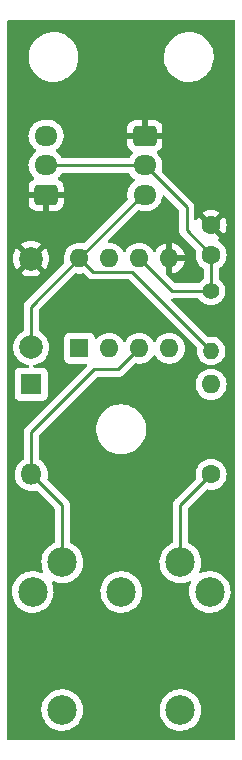
<source format=gbr>
%TF.GenerationSoftware,KiCad,Pcbnew,6.0.7-f9a2dced07~116~ubuntu20.04.1*%
%TF.CreationDate,2022-08-23T18:53:04+02:00*%
%TF.ProjectId,MIDI_IN,4d494449-5f49-44e2-9e6b-696361645f70,rev?*%
%TF.SameCoordinates,Original*%
%TF.FileFunction,Copper,L1,Top*%
%TF.FilePolarity,Positive*%
%FSLAX46Y46*%
G04 Gerber Fmt 4.6, Leading zero omitted, Abs format (unit mm)*
G04 Created by KiCad (PCBNEW 6.0.7-f9a2dced07~116~ubuntu20.04.1) date 2022-08-23 18:53:04*
%MOMM*%
%LPD*%
G01*
G04 APERTURE LIST*
G04 Aperture macros list*
%AMRoundRect*
0 Rectangle with rounded corners*
0 $1 Rounding radius*
0 $2 $3 $4 $5 $6 $7 $8 $9 X,Y pos of 4 corners*
0 Add a 4 corners polygon primitive as box body*
4,1,4,$2,$3,$4,$5,$6,$7,$8,$9,$2,$3,0*
0 Add four circle primitives for the rounded corners*
1,1,$1+$1,$2,$3*
1,1,$1+$1,$4,$5*
1,1,$1+$1,$6,$7*
1,1,$1+$1,$8,$9*
0 Add four rect primitives between the rounded corners*
20,1,$1+$1,$2,$3,$4,$5,0*
20,1,$1+$1,$4,$5,$6,$7,0*
20,1,$1+$1,$6,$7,$8,$9,0*
20,1,$1+$1,$8,$9,$2,$3,0*%
G04 Aperture macros list end*
%TA.AperFunction,ComponentPad*%
%ADD10C,1.400000*%
%TD*%
%TA.AperFunction,ComponentPad*%
%ADD11O,1.400000X1.400000*%
%TD*%
%TA.AperFunction,ComponentPad*%
%ADD12R,1.600000X1.600000*%
%TD*%
%TA.AperFunction,ComponentPad*%
%ADD13O,1.600000X1.600000*%
%TD*%
%TA.AperFunction,ComponentPad*%
%ADD14RoundRect,0.250000X-0.725000X0.600000X-0.725000X-0.600000X0.725000X-0.600000X0.725000X0.600000X0*%
%TD*%
%TA.AperFunction,ComponentPad*%
%ADD15O,1.950000X1.700000*%
%TD*%
%TA.AperFunction,ComponentPad*%
%ADD16C,1.600000*%
%TD*%
%TA.AperFunction,WasherPad*%
%ADD17C,2.499360*%
%TD*%
%TA.AperFunction,ComponentPad*%
%ADD18C,2.499360*%
%TD*%
%TA.AperFunction,ComponentPad*%
%ADD19RoundRect,0.250000X0.725000X-0.600000X0.725000X0.600000X-0.725000X0.600000X-0.725000X-0.600000X0*%
%TD*%
%TA.AperFunction,ComponentPad*%
%ADD20C,2.000000*%
%TD*%
%TA.AperFunction,ComponentPad*%
%ADD21R,1.800000X1.800000*%
%TD*%
%TA.AperFunction,ComponentPad*%
%ADD22O,1.800000X1.800000*%
%TD*%
%TA.AperFunction,Conductor*%
%ADD23C,0.250000*%
%TD*%
G04 APERTURE END LIST*
D10*
%TO.P,R2,1*%
%TO.N,/THRU*%
X109203000Y-93432000D03*
D11*
%TO.P,R2,2*%
%TO.N,/VCC*%
X109203000Y-98512000D03*
%TD*%
D12*
%TO.P,U1,1,NC*%
%TO.N,unconnected-(U1-Pad1)*%
X98054000Y-98289000D03*
D13*
%TO.P,U1,2,A*%
%TO.N,Net-(D1-Pad1)*%
X100594000Y-98289000D03*
%TO.P,U1,3,C*%
%TO.N,Net-(D1-Pad2)*%
X103134000Y-98289000D03*
%TO.P,U1,4*%
%TO.N,N/C*%
X105674000Y-98289000D03*
%TO.P,U1,5,GND*%
%TO.N,GND*%
X105674000Y-90669000D03*
%TO.P,U1,6,VO*%
%TO.N,/THRU*%
X103134000Y-90669000D03*
%TO.P,U1,7,EN*%
%TO.N,unconnected-(U1-Pad7)*%
X100594000Y-90669000D03*
%TO.P,U1,8,VCC*%
%TO.N,/VCC*%
X98054000Y-90669000D03*
%TD*%
D14*
%TO.P,J3,1,Pin_1*%
%TO.N,GND*%
X103598200Y-80304000D03*
D15*
%TO.P,J3,2,Pin_2*%
%TO.N,/THRU*%
X103598200Y-82804000D03*
%TO.P,J3,3,Pin_3*%
%TO.N,/VCC*%
X103598200Y-85304000D03*
%TD*%
D16*
%TO.P,R1,1*%
%TO.N,Net-(J1-Pad4)*%
X109203000Y-108966000D03*
D13*
%TO.P,R1,2*%
%TO.N,Net-(D1-Pad1)*%
X109203000Y-101346000D03*
%TD*%
D17*
%TO.P,J1,*%
%TO.N,*%
X96598740Y-128917700D03*
X106601260Y-128917700D03*
D18*
%TO.P,J1,1*%
%TO.N,unconnected-(J1-Pad1)*%
X109098080Y-118922800D03*
%TO.P,J1,2*%
%TO.N,unconnected-(J1-Pad2)*%
X101600000Y-118920260D03*
%TO.P,J1,3*%
%TO.N,unconnected-(J1-Pad3)*%
X94101920Y-118922800D03*
%TO.P,J1,4*%
%TO.N,Net-(J1-Pad4)*%
X106596180Y-116420900D03*
%TO.P,J1,5*%
%TO.N,Net-(D1-Pad2)*%
X96603820Y-116420900D03*
%TD*%
D19*
%TO.P,J2,1,Pin_1*%
%TO.N,GND*%
X95233000Y-85304000D03*
D15*
%TO.P,J2,2,Pin_2*%
%TO.N,/THRU*%
X95233000Y-82804000D03*
%TO.P,J2,3,Pin_3*%
%TO.N,/VCC*%
X95233000Y-80304000D03*
%TD*%
D20*
%TO.P,C2,1*%
%TO.N,/VCC*%
X93963000Y-98198000D03*
%TO.P,C2,2*%
%TO.N,GND*%
X93963000Y-90698000D03*
%TD*%
D21*
%TO.P,D1,1,K*%
%TO.N,Net-(D1-Pad1)*%
X93980000Y-101346000D03*
D22*
%TO.P,D1,2,A*%
%TO.N,Net-(D1-Pad2)*%
X93980000Y-108966000D03*
%TD*%
D16*
%TO.P,C1,1*%
%TO.N,/THRU*%
X109203000Y-90384000D03*
%TO.P,C1,2*%
%TO.N,GND*%
X109203000Y-87884000D03*
%TD*%
D23*
%TO.N,/THRU*%
X105897000Y-93432000D02*
X109203000Y-93432000D01*
X107137200Y-88318200D02*
X107137200Y-86343000D01*
X109203000Y-93432000D02*
X109203000Y-90384000D01*
X109203000Y-90384000D02*
X107137200Y-88318200D01*
X107137200Y-86343000D02*
X103598200Y-82804000D01*
X95233000Y-82804000D02*
X103598200Y-82804000D01*
X103134000Y-90669000D02*
X105897000Y-93432000D01*
%TO.N,/VCC*%
X98054000Y-90669000D02*
X99179000Y-91794000D01*
X103419000Y-85304000D02*
X103598200Y-85304000D01*
X93963000Y-94760000D02*
X98054000Y-90669000D01*
X102485000Y-91794000D02*
X109203000Y-98512000D01*
X99179000Y-91794000D02*
X102485000Y-91794000D01*
X98054000Y-90669000D02*
X103419000Y-85304000D01*
X93963000Y-98198000D02*
X93963000Y-94760000D01*
%TO.N,Net-(D1-Pad2)*%
X101347000Y-100076000D02*
X99314000Y-100076000D01*
X103134000Y-98289000D02*
X101347000Y-100076000D01*
X93980000Y-108966000D02*
X96603820Y-111589820D01*
X96603820Y-111589820D02*
X96603820Y-116420900D01*
X93980000Y-105410000D02*
X93980000Y-108966000D01*
X99314000Y-100076000D02*
X93980000Y-105410000D01*
%TO.N,Net-(J1-Pad4)*%
X106596180Y-111572820D02*
X109203000Y-108966000D01*
X106596180Y-116420900D02*
X106596180Y-111572820D01*
%TD*%
%TA.AperFunction,Conductor*%
%TO.N,GND*%
G36*
X111193621Y-70505502D02*
G01*
X111240114Y-70559158D01*
X111251500Y-70611500D01*
X111251500Y-131369300D01*
X111231498Y-131437421D01*
X111177842Y-131483914D01*
X111125500Y-131495300D01*
X92074500Y-131495300D01*
X92006379Y-131475298D01*
X91959886Y-131421642D01*
X91948500Y-131369300D01*
X91948500Y-128871547D01*
X94836234Y-128871547D01*
X94836458Y-128876213D01*
X94836458Y-128876218D01*
X94842732Y-129006817D01*
X94848772Y-129132569D01*
X94899754Y-129388871D01*
X94988059Y-129634821D01*
X95111748Y-129865018D01*
X95114543Y-129868762D01*
X95114545Y-129868764D01*
X95265312Y-130070666D01*
X95265317Y-130070672D01*
X95268104Y-130074404D01*
X95271413Y-130077684D01*
X95271418Y-130077690D01*
X95450375Y-130255091D01*
X95453692Y-130258379D01*
X95457454Y-130261137D01*
X95457457Y-130261140D01*
X95660660Y-130410135D01*
X95664434Y-130412902D01*
X95668577Y-130415082D01*
X95668579Y-130415083D01*
X95891552Y-130532395D01*
X95891557Y-130532397D01*
X95895702Y-130534578D01*
X95900125Y-130536123D01*
X95900126Y-130536123D01*
X96137997Y-130619191D01*
X96138003Y-130619193D01*
X96142414Y-130620733D01*
X96147007Y-130621605D01*
X96394561Y-130668605D01*
X96394564Y-130668605D01*
X96399150Y-130669476D01*
X96529711Y-130674606D01*
X96655604Y-130679553D01*
X96655610Y-130679553D01*
X96660272Y-130679736D01*
X96752286Y-130669659D01*
X96915388Y-130651797D01*
X96915394Y-130651796D01*
X96920041Y-130651287D01*
X97172752Y-130584753D01*
X97412854Y-130481598D01*
X97416834Y-130479135D01*
X97416838Y-130479133D01*
X97631097Y-130346545D01*
X97631101Y-130346542D01*
X97635070Y-130344086D01*
X97834520Y-130175239D01*
X97926228Y-130070666D01*
X98003740Y-129982281D01*
X98003743Y-129982276D01*
X98006822Y-129978766D01*
X98148191Y-129758983D01*
X98255521Y-129520719D01*
X98326455Y-129269208D01*
X98359434Y-129009974D01*
X98361850Y-128917700D01*
X98358420Y-128871547D01*
X104838754Y-128871547D01*
X104838978Y-128876213D01*
X104838978Y-128876218D01*
X104845252Y-129006817D01*
X104851292Y-129132569D01*
X104902274Y-129388871D01*
X104990579Y-129634821D01*
X105114268Y-129865018D01*
X105117063Y-129868762D01*
X105117065Y-129868764D01*
X105267832Y-130070666D01*
X105267837Y-130070672D01*
X105270624Y-130074404D01*
X105273933Y-130077684D01*
X105273938Y-130077690D01*
X105452895Y-130255091D01*
X105456212Y-130258379D01*
X105459974Y-130261137D01*
X105459977Y-130261140D01*
X105663180Y-130410135D01*
X105666954Y-130412902D01*
X105671097Y-130415082D01*
X105671099Y-130415083D01*
X105894072Y-130532395D01*
X105894077Y-130532397D01*
X105898222Y-130534578D01*
X105902645Y-130536123D01*
X105902646Y-130536123D01*
X106140517Y-130619191D01*
X106140523Y-130619193D01*
X106144934Y-130620733D01*
X106149527Y-130621605D01*
X106397081Y-130668605D01*
X106397084Y-130668605D01*
X106401670Y-130669476D01*
X106532231Y-130674606D01*
X106658124Y-130679553D01*
X106658130Y-130679553D01*
X106662792Y-130679736D01*
X106754806Y-130669659D01*
X106917908Y-130651797D01*
X106917914Y-130651796D01*
X106922561Y-130651287D01*
X107175272Y-130584753D01*
X107415374Y-130481598D01*
X107419354Y-130479135D01*
X107419358Y-130479133D01*
X107633617Y-130346545D01*
X107633621Y-130346542D01*
X107637590Y-130344086D01*
X107837040Y-130175239D01*
X107928748Y-130070666D01*
X108006260Y-129982281D01*
X108006263Y-129982276D01*
X108009342Y-129978766D01*
X108150711Y-129758983D01*
X108258041Y-129520719D01*
X108328975Y-129269208D01*
X108361954Y-129009974D01*
X108364370Y-128917700D01*
X108345004Y-128657096D01*
X108335750Y-128616197D01*
X108288361Y-128406774D01*
X108287330Y-128402217D01*
X108285637Y-128397863D01*
X108194310Y-128163015D01*
X108194309Y-128163013D01*
X108192617Y-128158662D01*
X108062944Y-127931781D01*
X107901161Y-127726560D01*
X107710821Y-127547506D01*
X107496106Y-127398553D01*
X107454859Y-127378212D01*
X107265921Y-127285038D01*
X107265918Y-127285037D01*
X107261733Y-127282973D01*
X107215592Y-127268203D01*
X107162993Y-127251366D01*
X107012850Y-127203305D01*
X107008243Y-127202555D01*
X107008240Y-127202554D01*
X106759536Y-127162050D01*
X106759537Y-127162050D01*
X106754925Y-127161299D01*
X106628240Y-127159641D01*
X106498302Y-127157940D01*
X106498299Y-127157940D01*
X106493625Y-127157879D01*
X106234689Y-127193118D01*
X106230199Y-127194427D01*
X106230193Y-127194428D01*
X106123515Y-127225522D01*
X105983806Y-127266244D01*
X105979559Y-127268202D01*
X105979556Y-127268203D01*
X105943038Y-127285038D01*
X105746487Y-127375649D01*
X105711553Y-127398553D01*
X105531860Y-127516365D01*
X105531855Y-127516368D01*
X105527947Y-127518931D01*
X105332985Y-127692941D01*
X105165885Y-127893857D01*
X105030317Y-128117265D01*
X105028508Y-128121579D01*
X105028506Y-128121583D01*
X105012958Y-128158662D01*
X104929261Y-128358257D01*
X104864936Y-128611539D01*
X104838754Y-128871547D01*
X98358420Y-128871547D01*
X98342484Y-128657096D01*
X98333230Y-128616197D01*
X98285841Y-128406774D01*
X98284810Y-128402217D01*
X98283117Y-128397863D01*
X98191790Y-128163015D01*
X98191789Y-128163013D01*
X98190097Y-128158662D01*
X98060424Y-127931781D01*
X97898641Y-127726560D01*
X97708301Y-127547506D01*
X97493586Y-127398553D01*
X97452339Y-127378212D01*
X97263401Y-127285038D01*
X97263398Y-127285037D01*
X97259213Y-127282973D01*
X97213072Y-127268203D01*
X97160473Y-127251366D01*
X97010330Y-127203305D01*
X97005723Y-127202555D01*
X97005720Y-127202554D01*
X96757016Y-127162050D01*
X96757017Y-127162050D01*
X96752405Y-127161299D01*
X96625720Y-127159641D01*
X96495782Y-127157940D01*
X96495779Y-127157940D01*
X96491105Y-127157879D01*
X96232169Y-127193118D01*
X96227679Y-127194427D01*
X96227673Y-127194428D01*
X96120995Y-127225522D01*
X95981286Y-127266244D01*
X95977039Y-127268202D01*
X95977036Y-127268203D01*
X95940518Y-127285038D01*
X95743967Y-127375649D01*
X95709033Y-127398553D01*
X95529340Y-127516365D01*
X95529335Y-127516368D01*
X95525427Y-127518931D01*
X95330465Y-127692941D01*
X95163365Y-127893857D01*
X95027797Y-128117265D01*
X95025988Y-128121579D01*
X95025986Y-128121583D01*
X95010438Y-128158662D01*
X94926741Y-128358257D01*
X94862416Y-128611539D01*
X94836234Y-128871547D01*
X91948500Y-128871547D01*
X91948500Y-118876647D01*
X92339414Y-118876647D01*
X92339638Y-118881313D01*
X92339638Y-118881318D01*
X92345790Y-119009377D01*
X92351952Y-119137669D01*
X92402934Y-119393971D01*
X92491239Y-119639921D01*
X92614928Y-119870118D01*
X92617723Y-119873862D01*
X92617725Y-119873864D01*
X92768492Y-120075766D01*
X92768497Y-120075772D01*
X92771284Y-120079504D01*
X92774593Y-120082784D01*
X92774598Y-120082790D01*
X92950993Y-120257651D01*
X92956872Y-120263479D01*
X92960634Y-120266237D01*
X92960637Y-120266240D01*
X93160376Y-120412695D01*
X93167614Y-120418002D01*
X93171757Y-120420182D01*
X93171759Y-120420183D01*
X93394732Y-120537495D01*
X93394737Y-120537497D01*
X93398882Y-120539678D01*
X93403305Y-120541223D01*
X93403306Y-120541223D01*
X93641177Y-120624291D01*
X93641183Y-120624293D01*
X93645594Y-120625833D01*
X93650187Y-120626705D01*
X93897741Y-120673705D01*
X93897744Y-120673705D01*
X93902330Y-120674576D01*
X94032891Y-120679706D01*
X94158784Y-120684653D01*
X94158790Y-120684653D01*
X94163452Y-120684836D01*
X94255466Y-120674759D01*
X94418568Y-120656897D01*
X94418574Y-120656896D01*
X94423221Y-120656387D01*
X94430932Y-120654357D01*
X94539272Y-120625833D01*
X94675932Y-120589853D01*
X94916034Y-120486698D01*
X94920014Y-120484235D01*
X94920018Y-120484233D01*
X95134277Y-120351645D01*
X95134281Y-120351642D01*
X95138250Y-120349186D01*
X95239491Y-120263479D01*
X95334134Y-120183358D01*
X95334135Y-120183357D01*
X95337700Y-120180339D01*
X95426130Y-120079504D01*
X95506920Y-119987381D01*
X95506923Y-119987376D01*
X95510002Y-119983866D01*
X95651371Y-119764083D01*
X95758701Y-119525819D01*
X95797177Y-119389394D01*
X95828365Y-119278812D01*
X95828366Y-119278809D01*
X95829635Y-119274308D01*
X95862614Y-119015074D01*
X95865030Y-118922800D01*
X95861412Y-118874107D01*
X99837494Y-118874107D01*
X99837718Y-118878773D01*
X99837718Y-118878778D01*
X99843992Y-119009377D01*
X99850032Y-119135129D01*
X99901014Y-119391431D01*
X99989319Y-119637381D01*
X100113008Y-119867578D01*
X100115803Y-119871322D01*
X100115805Y-119871324D01*
X100266572Y-120073226D01*
X100266577Y-120073232D01*
X100269364Y-120076964D01*
X100272673Y-120080244D01*
X100272678Y-120080250D01*
X100451635Y-120257651D01*
X100454952Y-120260939D01*
X100458714Y-120263697D01*
X100458717Y-120263700D01*
X100575305Y-120349186D01*
X100665694Y-120415462D01*
X100669837Y-120417642D01*
X100669839Y-120417643D01*
X100892812Y-120534955D01*
X100892817Y-120534957D01*
X100896962Y-120537138D01*
X100901385Y-120538683D01*
X100901386Y-120538683D01*
X101139257Y-120621751D01*
X101139263Y-120621753D01*
X101143674Y-120623293D01*
X101148267Y-120624165D01*
X101395821Y-120671165D01*
X101395824Y-120671165D01*
X101400410Y-120672036D01*
X101530971Y-120677166D01*
X101656864Y-120682113D01*
X101656870Y-120682113D01*
X101661532Y-120682296D01*
X101753546Y-120672219D01*
X101916648Y-120654357D01*
X101916654Y-120654356D01*
X101921301Y-120653847D01*
X102174012Y-120587313D01*
X102414114Y-120484158D01*
X102418094Y-120481695D01*
X102418098Y-120481693D01*
X102632357Y-120349105D01*
X102632361Y-120349102D01*
X102636330Y-120346646D01*
X102741455Y-120257651D01*
X102832214Y-120180818D01*
X102832215Y-120180817D01*
X102835780Y-120177799D01*
X102921328Y-120080250D01*
X103005000Y-119984841D01*
X103005003Y-119984836D01*
X103008082Y-119981326D01*
X103149451Y-119761543D01*
X103256781Y-119523279D01*
X103258051Y-119518776D01*
X103326445Y-119276272D01*
X103326446Y-119276269D01*
X103327715Y-119271768D01*
X103331319Y-119243437D01*
X103360296Y-119015665D01*
X103360296Y-119015659D01*
X103360694Y-119012534D01*
X103363110Y-118920260D01*
X103359334Y-118869453D01*
X103344090Y-118664308D01*
X103344089Y-118664304D01*
X103343744Y-118659656D01*
X103335065Y-118621297D01*
X103287101Y-118409334D01*
X103286070Y-118404777D01*
X103271725Y-118367889D01*
X103193050Y-118165575D01*
X103193049Y-118165573D01*
X103191357Y-118161222D01*
X103169149Y-118122365D01*
X103091579Y-117986646D01*
X103061684Y-117934341D01*
X102899901Y-117729120D01*
X102709561Y-117550066D01*
X102494846Y-117401113D01*
X102490655Y-117399046D01*
X102264661Y-117287598D01*
X102264658Y-117287597D01*
X102260473Y-117285533D01*
X102222267Y-117273303D01*
X102161733Y-117253926D01*
X102011590Y-117205865D01*
X102006983Y-117205115D01*
X102006980Y-117205114D01*
X101769261Y-117166399D01*
X101753665Y-117163859D01*
X101626980Y-117162201D01*
X101497042Y-117160500D01*
X101497039Y-117160500D01*
X101492365Y-117160439D01*
X101233429Y-117195678D01*
X101228939Y-117196987D01*
X101228933Y-117196988D01*
X101150962Y-117219715D01*
X100982546Y-117268804D01*
X100978299Y-117270762D01*
X100978296Y-117270763D01*
X100896093Y-117308659D01*
X100745227Y-117378209D01*
X100710293Y-117401113D01*
X100530600Y-117518925D01*
X100530595Y-117518928D01*
X100526687Y-117521491D01*
X100331725Y-117695501D01*
X100164625Y-117896417D01*
X100162202Y-117900410D01*
X100048398Y-118087953D01*
X100029057Y-118119825D01*
X100027248Y-118124139D01*
X100027246Y-118124143D01*
X100009872Y-118165575D01*
X99928001Y-118360817D01*
X99863676Y-118614099D01*
X99837494Y-118874107D01*
X95861412Y-118874107D01*
X95845664Y-118662196D01*
X95836410Y-118621297D01*
X95789021Y-118411874D01*
X95787990Y-118407317D01*
X95700448Y-118182202D01*
X95694401Y-118111465D01*
X95727557Y-118048686D01*
X95789391Y-118013799D01*
X95860270Y-118017880D01*
X95876538Y-118025023D01*
X95900782Y-118037778D01*
X95905205Y-118039323D01*
X95905206Y-118039323D01*
X96143077Y-118122391D01*
X96143083Y-118122393D01*
X96147494Y-118123933D01*
X96152087Y-118124805D01*
X96399641Y-118171805D01*
X96399644Y-118171805D01*
X96404230Y-118172676D01*
X96534791Y-118177806D01*
X96660684Y-118182753D01*
X96660690Y-118182753D01*
X96665352Y-118182936D01*
X96757366Y-118172859D01*
X96920468Y-118154997D01*
X96920474Y-118154996D01*
X96925121Y-118154487D01*
X97177832Y-118087953D01*
X97417934Y-117984798D01*
X97421914Y-117982335D01*
X97421918Y-117982333D01*
X97636177Y-117849745D01*
X97636181Y-117849742D01*
X97640150Y-117847286D01*
X97772400Y-117735328D01*
X97836034Y-117681458D01*
X97836035Y-117681457D01*
X97839600Y-117678439D01*
X97949375Y-117553265D01*
X98008820Y-117485481D01*
X98008823Y-117485476D01*
X98011902Y-117481966D01*
X98153271Y-117262183D01*
X98260601Y-117023919D01*
X98331535Y-116772408D01*
X98364514Y-116513174D01*
X98366930Y-116420900D01*
X98363500Y-116374747D01*
X104833674Y-116374747D01*
X104833898Y-116379413D01*
X104833898Y-116379418D01*
X104840172Y-116510017D01*
X104846212Y-116635769D01*
X104897194Y-116892071D01*
X104985499Y-117138021D01*
X104987716Y-117142147D01*
X105066125Y-117288073D01*
X105109188Y-117368218D01*
X105111983Y-117371962D01*
X105111985Y-117371964D01*
X105262752Y-117573866D01*
X105262757Y-117573872D01*
X105265544Y-117577604D01*
X105268853Y-117580884D01*
X105268858Y-117580890D01*
X105424651Y-117735328D01*
X105451132Y-117761579D01*
X105454894Y-117764337D01*
X105454897Y-117764340D01*
X105635027Y-117896417D01*
X105661874Y-117916102D01*
X105666017Y-117918282D01*
X105666019Y-117918283D01*
X105888992Y-118035595D01*
X105888997Y-118035597D01*
X105893142Y-118037778D01*
X105897565Y-118039323D01*
X105897566Y-118039323D01*
X106135437Y-118122391D01*
X106135443Y-118122393D01*
X106139854Y-118123933D01*
X106144447Y-118124805D01*
X106392001Y-118171805D01*
X106392004Y-118171805D01*
X106396590Y-118172676D01*
X106527151Y-118177806D01*
X106653044Y-118182753D01*
X106653050Y-118182753D01*
X106657712Y-118182936D01*
X106749726Y-118172859D01*
X106912828Y-118154997D01*
X106912834Y-118154996D01*
X106917481Y-118154487D01*
X107170192Y-118087953D01*
X107261589Y-118048686D01*
X107336643Y-118016441D01*
X107407127Y-118007929D01*
X107471025Y-118038875D01*
X107508048Y-118099454D01*
X107506442Y-118170432D01*
X107502577Y-118180934D01*
X107428955Y-118356503D01*
X107426081Y-118363357D01*
X107361756Y-118616639D01*
X107335574Y-118876647D01*
X107335798Y-118881313D01*
X107335798Y-118881318D01*
X107341950Y-119009377D01*
X107348112Y-119137669D01*
X107399094Y-119393971D01*
X107487399Y-119639921D01*
X107611088Y-119870118D01*
X107613883Y-119873862D01*
X107613885Y-119873864D01*
X107764652Y-120075766D01*
X107764657Y-120075772D01*
X107767444Y-120079504D01*
X107770753Y-120082784D01*
X107770758Y-120082790D01*
X107947153Y-120257651D01*
X107953032Y-120263479D01*
X107956794Y-120266237D01*
X107956797Y-120266240D01*
X108156536Y-120412695D01*
X108163774Y-120418002D01*
X108167917Y-120420182D01*
X108167919Y-120420183D01*
X108390892Y-120537495D01*
X108390897Y-120537497D01*
X108395042Y-120539678D01*
X108399465Y-120541223D01*
X108399466Y-120541223D01*
X108637337Y-120624291D01*
X108637343Y-120624293D01*
X108641754Y-120625833D01*
X108646347Y-120626705D01*
X108893901Y-120673705D01*
X108893904Y-120673705D01*
X108898490Y-120674576D01*
X109029051Y-120679706D01*
X109154944Y-120684653D01*
X109154950Y-120684653D01*
X109159612Y-120684836D01*
X109251626Y-120674759D01*
X109414728Y-120656897D01*
X109414734Y-120656896D01*
X109419381Y-120656387D01*
X109427092Y-120654357D01*
X109535432Y-120625833D01*
X109672092Y-120589853D01*
X109912194Y-120486698D01*
X109916174Y-120484235D01*
X109916178Y-120484233D01*
X110130437Y-120351645D01*
X110130441Y-120351642D01*
X110134410Y-120349186D01*
X110235651Y-120263479D01*
X110330294Y-120183358D01*
X110330295Y-120183357D01*
X110333860Y-120180339D01*
X110422290Y-120079504D01*
X110503080Y-119987381D01*
X110503083Y-119987376D01*
X110506162Y-119983866D01*
X110647531Y-119764083D01*
X110754861Y-119525819D01*
X110793337Y-119389394D01*
X110824525Y-119278812D01*
X110824526Y-119278809D01*
X110825795Y-119274308D01*
X110858774Y-119015074D01*
X110861190Y-118922800D01*
X110841824Y-118662196D01*
X110832570Y-118621297D01*
X110785181Y-118411874D01*
X110784150Y-118407317D01*
X110781469Y-118400423D01*
X110691130Y-118168115D01*
X110691129Y-118168113D01*
X110689437Y-118163762D01*
X110684428Y-118154997D01*
X110616184Y-118035595D01*
X110559764Y-117936881D01*
X110397981Y-117731660D01*
X110207641Y-117552606D01*
X109992926Y-117403653D01*
X109988735Y-117401586D01*
X109762741Y-117290138D01*
X109762738Y-117290137D01*
X109758553Y-117288073D01*
X109752287Y-117286067D01*
X109659813Y-117256466D01*
X109509670Y-117208405D01*
X109505063Y-117207655D01*
X109505060Y-117207654D01*
X109256356Y-117167150D01*
X109256357Y-117167150D01*
X109251745Y-117166399D01*
X109125060Y-117164741D01*
X108995122Y-117163040D01*
X108995119Y-117163040D01*
X108990445Y-117162979D01*
X108731509Y-117198218D01*
X108727019Y-117199527D01*
X108727013Y-117199528D01*
X108657756Y-117219715D01*
X108480626Y-117271344D01*
X108476379Y-117273302D01*
X108476376Y-117273303D01*
X108358668Y-117327567D01*
X108288430Y-117337922D01*
X108223745Y-117308659D01*
X108185148Y-117249070D01*
X108184895Y-117178074D01*
X108191035Y-117161391D01*
X108251038Y-117028188D01*
X108251040Y-117028183D01*
X108252961Y-117023919D01*
X108323895Y-116772408D01*
X108356874Y-116513174D01*
X108359290Y-116420900D01*
X108339924Y-116160296D01*
X108330670Y-116119397D01*
X108283281Y-115909974D01*
X108282250Y-115905417D01*
X108280557Y-115901063D01*
X108189230Y-115666215D01*
X108189229Y-115666213D01*
X108187537Y-115661862D01*
X108057864Y-115434981D01*
X107896081Y-115229760D01*
X107705741Y-115050706D01*
X107491026Y-114901753D01*
X107444582Y-114878849D01*
X107306204Y-114810609D01*
X107299951Y-114807525D01*
X107247703Y-114759458D01*
X107229680Y-114694520D01*
X107229680Y-111887414D01*
X107249682Y-111819293D01*
X107266585Y-111798319D01*
X108789752Y-110275152D01*
X108852064Y-110241126D01*
X108911459Y-110242541D01*
X108969591Y-110258118D01*
X108969602Y-110258120D01*
X108974913Y-110259543D01*
X109203000Y-110279498D01*
X109431087Y-110259543D01*
X109436400Y-110258119D01*
X109436402Y-110258119D01*
X109646933Y-110201707D01*
X109646935Y-110201706D01*
X109652243Y-110200284D01*
X109657225Y-110197961D01*
X109854762Y-110105849D01*
X109854767Y-110105846D01*
X109859749Y-110103523D01*
X110042179Y-109975784D01*
X110042789Y-109975357D01*
X110042792Y-109975355D01*
X110047300Y-109972198D01*
X110209198Y-109810300D01*
X110218989Y-109796318D01*
X110337366Y-109627257D01*
X110340523Y-109622749D01*
X110342846Y-109617767D01*
X110342849Y-109617762D01*
X110434961Y-109420225D01*
X110434961Y-109420224D01*
X110437284Y-109415243D01*
X110443130Y-109393428D01*
X110495119Y-109199402D01*
X110495120Y-109199398D01*
X110496543Y-109194087D01*
X110516498Y-108966000D01*
X110496543Y-108737913D01*
X110488073Y-108706301D01*
X110438707Y-108522067D01*
X110438706Y-108522065D01*
X110437284Y-108516757D01*
X110417020Y-108473301D01*
X110342849Y-108314238D01*
X110342846Y-108314233D01*
X110340523Y-108309251D01*
X110209198Y-108121700D01*
X110047300Y-107959802D01*
X110042792Y-107956645D01*
X110042789Y-107956643D01*
X109964611Y-107901902D01*
X109859749Y-107828477D01*
X109854767Y-107826154D01*
X109854762Y-107826151D01*
X109657225Y-107734039D01*
X109657224Y-107734039D01*
X109652243Y-107731716D01*
X109646935Y-107730294D01*
X109646933Y-107730293D01*
X109436402Y-107673881D01*
X109436400Y-107673881D01*
X109431087Y-107672457D01*
X109203000Y-107652502D01*
X108974913Y-107672457D01*
X108969600Y-107673881D01*
X108969598Y-107673881D01*
X108759067Y-107730293D01*
X108759065Y-107730294D01*
X108753757Y-107731716D01*
X108748776Y-107734039D01*
X108748775Y-107734039D01*
X108551238Y-107826151D01*
X108551233Y-107826154D01*
X108546251Y-107828477D01*
X108441389Y-107901902D01*
X108363211Y-107956643D01*
X108363208Y-107956645D01*
X108358700Y-107959802D01*
X108196802Y-108121700D01*
X108065477Y-108309251D01*
X108063154Y-108314233D01*
X108063151Y-108314238D01*
X107988980Y-108473301D01*
X107968716Y-108516757D01*
X107967294Y-108522065D01*
X107967293Y-108522067D01*
X107917927Y-108706301D01*
X107909457Y-108737913D01*
X107889502Y-108966000D01*
X107909457Y-109194087D01*
X107926460Y-109257541D01*
X107924770Y-109328518D01*
X107893848Y-109379247D01*
X106203927Y-111069168D01*
X106195641Y-111076708D01*
X106189162Y-111080820D01*
X106183737Y-111086597D01*
X106142537Y-111130471D01*
X106139782Y-111133313D01*
X106120045Y-111153050D01*
X106117565Y-111156247D01*
X106109862Y-111165267D01*
X106079594Y-111197499D01*
X106075775Y-111204445D01*
X106075773Y-111204448D01*
X106069832Y-111215254D01*
X106058981Y-111231773D01*
X106046566Y-111247779D01*
X106043421Y-111255048D01*
X106043418Y-111255052D01*
X106029006Y-111288357D01*
X106023789Y-111299007D01*
X106002485Y-111337760D01*
X106000514Y-111345435D01*
X106000514Y-111345436D01*
X105997447Y-111357382D01*
X105991043Y-111376086D01*
X105982999Y-111394675D01*
X105981760Y-111402498D01*
X105981757Y-111402508D01*
X105976081Y-111438344D01*
X105973675Y-111449964D01*
X105968408Y-111470479D01*
X105962680Y-111492790D01*
X105962680Y-111513044D01*
X105961129Y-111532754D01*
X105957960Y-111552763D01*
X105958706Y-111560655D01*
X105962121Y-111596781D01*
X105962680Y-111608639D01*
X105962680Y-114696183D01*
X105942678Y-114764304D01*
X105889431Y-114810609D01*
X105741407Y-114878849D01*
X105706473Y-114901753D01*
X105526780Y-115019565D01*
X105526775Y-115019568D01*
X105522867Y-115022131D01*
X105327905Y-115196141D01*
X105160805Y-115397057D01*
X105025237Y-115620465D01*
X105023428Y-115624779D01*
X105023426Y-115624783D01*
X105007878Y-115661862D01*
X104924181Y-115861457D01*
X104859856Y-116114739D01*
X104833674Y-116374747D01*
X98363500Y-116374747D01*
X98347564Y-116160296D01*
X98338310Y-116119397D01*
X98290921Y-115909974D01*
X98289890Y-115905417D01*
X98288197Y-115901063D01*
X98196870Y-115666215D01*
X98196869Y-115666213D01*
X98195177Y-115661862D01*
X98065504Y-115434981D01*
X97903721Y-115229760D01*
X97713381Y-115050706D01*
X97498666Y-114901753D01*
X97452222Y-114878849D01*
X97313844Y-114810609D01*
X97307591Y-114807525D01*
X97255343Y-114759458D01*
X97237320Y-114694520D01*
X97237320Y-111668587D01*
X97237847Y-111657404D01*
X97239522Y-111649911D01*
X97237382Y-111581820D01*
X97237320Y-111577863D01*
X97237320Y-111549964D01*
X97236816Y-111545973D01*
X97235883Y-111534131D01*
X97235221Y-111513044D01*
X97234494Y-111489931D01*
X97232282Y-111482317D01*
X97232281Y-111482312D01*
X97228843Y-111470479D01*
X97224832Y-111451115D01*
X97223287Y-111438884D01*
X97222294Y-111431023D01*
X97219377Y-111423656D01*
X97219376Y-111423651D01*
X97206018Y-111389912D01*
X97202174Y-111378685D01*
X97195984Y-111357382D01*
X97189838Y-111336227D01*
X97179527Y-111318792D01*
X97170832Y-111301044D01*
X97163372Y-111282203D01*
X97137384Y-111246433D01*
X97130868Y-111236513D01*
X97112400Y-111205285D01*
X97112398Y-111205282D01*
X97108362Y-111198458D01*
X97094041Y-111184137D01*
X97081200Y-111169103D01*
X97069292Y-111152713D01*
X97035215Y-111124522D01*
X97026436Y-111116532D01*
X95371299Y-109461395D01*
X95337273Y-109399083D01*
X95339836Y-109335671D01*
X95342010Y-109328518D01*
X95361408Y-109264671D01*
X95391640Y-109035041D01*
X95393327Y-108966000D01*
X95387032Y-108889434D01*
X95374773Y-108740318D01*
X95374772Y-108740312D01*
X95374349Y-108735167D01*
X95320822Y-108522067D01*
X95319184Y-108515544D01*
X95319183Y-108515540D01*
X95317925Y-108510533D01*
X95315866Y-108505797D01*
X95227630Y-108302868D01*
X95227628Y-108302865D01*
X95225570Y-108298131D01*
X95099764Y-108103665D01*
X94943887Y-107932358D01*
X94939836Y-107929159D01*
X94939832Y-107929155D01*
X94766178Y-107792012D01*
X94766175Y-107792010D01*
X94762123Y-107788810D01*
X94678607Y-107742707D01*
X94628636Y-107692274D01*
X94613500Y-107632398D01*
X94613500Y-105724594D01*
X94633502Y-105656473D01*
X94650405Y-105635499D01*
X94997201Y-105288703D01*
X99477769Y-105288703D01*
X99478328Y-105292947D01*
X99478328Y-105292951D01*
X99483202Y-105329970D01*
X99515294Y-105573734D01*
X99591155Y-105851036D01*
X99703949Y-106115476D01*
X99851587Y-106362161D01*
X100031339Y-106586528D01*
X100239877Y-106784423D01*
X100473343Y-106952186D01*
X100477138Y-106954195D01*
X100477139Y-106954196D01*
X100498895Y-106965715D01*
X100727418Y-107086712D01*
X100997399Y-107185511D01*
X101278290Y-107246755D01*
X101306867Y-107249004D01*
X101501308Y-107264307D01*
X101501317Y-107264307D01*
X101503765Y-107264500D01*
X101659297Y-107264500D01*
X101661433Y-107264354D01*
X101661444Y-107264354D01*
X101869574Y-107250165D01*
X101869580Y-107250164D01*
X101873851Y-107249873D01*
X101878046Y-107249004D01*
X101878048Y-107249004D01*
X102014610Y-107220723D01*
X102155368Y-107191574D01*
X102426369Y-107095607D01*
X102681838Y-106963750D01*
X102685339Y-106961289D01*
X102685343Y-106961287D01*
X102799444Y-106881095D01*
X102917049Y-106798441D01*
X103127648Y-106602740D01*
X103309739Y-106380268D01*
X103459953Y-106135142D01*
X103575509Y-105871898D01*
X103654270Y-105595406D01*
X103690918Y-105337899D01*
X103694172Y-105315036D01*
X103694172Y-105315034D01*
X103694777Y-105310784D01*
X103694871Y-105292951D01*
X103696261Y-105027583D01*
X103696261Y-105027576D01*
X103696283Y-105023297D01*
X103693539Y-105002449D01*
X103659318Y-104742522D01*
X103658758Y-104738266D01*
X103582897Y-104460964D01*
X103470103Y-104196524D01*
X103322465Y-103949839D01*
X103142713Y-103725472D01*
X102934175Y-103527577D01*
X102700709Y-103359814D01*
X102678869Y-103348250D01*
X102655680Y-103335972D01*
X102446634Y-103225288D01*
X102176653Y-103126489D01*
X101895762Y-103065245D01*
X101864711Y-103062801D01*
X101672744Y-103047693D01*
X101672735Y-103047693D01*
X101670287Y-103047500D01*
X101514755Y-103047500D01*
X101512619Y-103047646D01*
X101512608Y-103047646D01*
X101304478Y-103061835D01*
X101304472Y-103061836D01*
X101300201Y-103062127D01*
X101296006Y-103062996D01*
X101296004Y-103062996D01*
X101159442Y-103091277D01*
X101018684Y-103120426D01*
X100747683Y-103216393D01*
X100492214Y-103348250D01*
X100488713Y-103350711D01*
X100488709Y-103350713D01*
X100478620Y-103357804D01*
X100257003Y-103513559D01*
X100046404Y-103709260D01*
X99864313Y-103931732D01*
X99714099Y-104176858D01*
X99598543Y-104440102D01*
X99519782Y-104716594D01*
X99491118Y-104918000D01*
X99480394Y-104993356D01*
X99479275Y-105001216D01*
X99479253Y-105005505D01*
X99479252Y-105005512D01*
X99477838Y-105275524D01*
X99477769Y-105288703D01*
X94997201Y-105288703D01*
X98939904Y-101346000D01*
X107889502Y-101346000D01*
X107909457Y-101574087D01*
X107968716Y-101795243D01*
X107971039Y-101800224D01*
X107971039Y-101800225D01*
X108063151Y-101997762D01*
X108063154Y-101997767D01*
X108065477Y-102002749D01*
X108196802Y-102190300D01*
X108358700Y-102352198D01*
X108363208Y-102355355D01*
X108363211Y-102355357D01*
X108364581Y-102356316D01*
X108546251Y-102483523D01*
X108551233Y-102485846D01*
X108551238Y-102485849D01*
X108748775Y-102577961D01*
X108753757Y-102580284D01*
X108759065Y-102581706D01*
X108759067Y-102581707D01*
X108969598Y-102638119D01*
X108969600Y-102638119D01*
X108974913Y-102639543D01*
X109203000Y-102659498D01*
X109431087Y-102639543D01*
X109436400Y-102638119D01*
X109436402Y-102638119D01*
X109646933Y-102581707D01*
X109646935Y-102581706D01*
X109652243Y-102580284D01*
X109657225Y-102577961D01*
X109854762Y-102485849D01*
X109854767Y-102485846D01*
X109859749Y-102483523D01*
X110041419Y-102356316D01*
X110042789Y-102355357D01*
X110042792Y-102355355D01*
X110047300Y-102352198D01*
X110209198Y-102190300D01*
X110340523Y-102002749D01*
X110342846Y-101997767D01*
X110342849Y-101997762D01*
X110434961Y-101800225D01*
X110434961Y-101800224D01*
X110437284Y-101795243D01*
X110496543Y-101574087D01*
X110516498Y-101346000D01*
X110496543Y-101117913D01*
X110437284Y-100896757D01*
X110434961Y-100891775D01*
X110342849Y-100694238D01*
X110342846Y-100694233D01*
X110340523Y-100689251D01*
X110209198Y-100501700D01*
X110047300Y-100339802D01*
X110042792Y-100336645D01*
X110042789Y-100336643D01*
X109964611Y-100281902D01*
X109859749Y-100208477D01*
X109854767Y-100206154D01*
X109854762Y-100206151D01*
X109657225Y-100114039D01*
X109657224Y-100114039D01*
X109652243Y-100111716D01*
X109646935Y-100110294D01*
X109646933Y-100110293D01*
X109436402Y-100053881D01*
X109436400Y-100053881D01*
X109431087Y-100052457D01*
X109203000Y-100032502D01*
X108974913Y-100052457D01*
X108969600Y-100053881D01*
X108969598Y-100053881D01*
X108759067Y-100110293D01*
X108759065Y-100110294D01*
X108753757Y-100111716D01*
X108748776Y-100114039D01*
X108748775Y-100114039D01*
X108551238Y-100206151D01*
X108551233Y-100206154D01*
X108546251Y-100208477D01*
X108441389Y-100281902D01*
X108363211Y-100336643D01*
X108363208Y-100336645D01*
X108358700Y-100339802D01*
X108196802Y-100501700D01*
X108065477Y-100689251D01*
X108063154Y-100694233D01*
X108063151Y-100694238D01*
X107971039Y-100891775D01*
X107968716Y-100896757D01*
X107909457Y-101117913D01*
X107889502Y-101346000D01*
X98939904Y-101346000D01*
X99539499Y-100746405D01*
X99601811Y-100712379D01*
X99628594Y-100709500D01*
X101268233Y-100709500D01*
X101279416Y-100710027D01*
X101286909Y-100711702D01*
X101294835Y-100711453D01*
X101294836Y-100711453D01*
X101354986Y-100709562D01*
X101358945Y-100709500D01*
X101386856Y-100709500D01*
X101390791Y-100709003D01*
X101390856Y-100708995D01*
X101402693Y-100708062D01*
X101434951Y-100707048D01*
X101438970Y-100706922D01*
X101446889Y-100706673D01*
X101466343Y-100701021D01*
X101485700Y-100697013D01*
X101497930Y-100695468D01*
X101497931Y-100695468D01*
X101505797Y-100694474D01*
X101513168Y-100691555D01*
X101513170Y-100691555D01*
X101546912Y-100678196D01*
X101558142Y-100674351D01*
X101592983Y-100664229D01*
X101592984Y-100664229D01*
X101600593Y-100662018D01*
X101607412Y-100657985D01*
X101607417Y-100657983D01*
X101618028Y-100651707D01*
X101635776Y-100643012D01*
X101654617Y-100635552D01*
X101690387Y-100609564D01*
X101700307Y-100603048D01*
X101731535Y-100584580D01*
X101731538Y-100584578D01*
X101738362Y-100580542D01*
X101752683Y-100566221D01*
X101767717Y-100553380D01*
X101777694Y-100546131D01*
X101784107Y-100541472D01*
X101812298Y-100507395D01*
X101820288Y-100498616D01*
X102720752Y-99598152D01*
X102783064Y-99564126D01*
X102842459Y-99565541D01*
X102900591Y-99581118D01*
X102900602Y-99581120D01*
X102905913Y-99582543D01*
X103134000Y-99602498D01*
X103362087Y-99582543D01*
X103367400Y-99581119D01*
X103367402Y-99581119D01*
X103577933Y-99524707D01*
X103577935Y-99524706D01*
X103583243Y-99523284D01*
X103588225Y-99520961D01*
X103785762Y-99428849D01*
X103785767Y-99428846D01*
X103790749Y-99426523D01*
X103932458Y-99327297D01*
X103973789Y-99298357D01*
X103973792Y-99298355D01*
X103978300Y-99295198D01*
X104140198Y-99133300D01*
X104150521Y-99118558D01*
X104268366Y-98950257D01*
X104271523Y-98945749D01*
X104273846Y-98940767D01*
X104273849Y-98940762D01*
X104289805Y-98906543D01*
X104336722Y-98853258D01*
X104404999Y-98833797D01*
X104472959Y-98854339D01*
X104518195Y-98906543D01*
X104534151Y-98940762D01*
X104534154Y-98940767D01*
X104536477Y-98945749D01*
X104539634Y-98950257D01*
X104657480Y-99118558D01*
X104667802Y-99133300D01*
X104829700Y-99295198D01*
X104834208Y-99298355D01*
X104834211Y-99298357D01*
X104875542Y-99327297D01*
X105017251Y-99426523D01*
X105022233Y-99428846D01*
X105022238Y-99428849D01*
X105219775Y-99520961D01*
X105224757Y-99523284D01*
X105230065Y-99524706D01*
X105230067Y-99524707D01*
X105440598Y-99581119D01*
X105440600Y-99581119D01*
X105445913Y-99582543D01*
X105674000Y-99602498D01*
X105902087Y-99582543D01*
X105907400Y-99581119D01*
X105907402Y-99581119D01*
X106117933Y-99524707D01*
X106117935Y-99524706D01*
X106123243Y-99523284D01*
X106128225Y-99520961D01*
X106325762Y-99428849D01*
X106325767Y-99428846D01*
X106330749Y-99426523D01*
X106472458Y-99327297D01*
X106513789Y-99298357D01*
X106513792Y-99298355D01*
X106518300Y-99295198D01*
X106680198Y-99133300D01*
X106690521Y-99118558D01*
X106808366Y-98950257D01*
X106811523Y-98945749D01*
X106813846Y-98940767D01*
X106813849Y-98940762D01*
X106905961Y-98743225D01*
X106905961Y-98743224D01*
X106908284Y-98738243D01*
X106927751Y-98665594D01*
X106966119Y-98522402D01*
X106966119Y-98522400D01*
X106967543Y-98517087D01*
X106987498Y-98289000D01*
X106967543Y-98060913D01*
X106927219Y-97910423D01*
X106909707Y-97845067D01*
X106909706Y-97845065D01*
X106908284Y-97839757D01*
X106829805Y-97671457D01*
X106813849Y-97637238D01*
X106813846Y-97637233D01*
X106811523Y-97632251D01*
X106696332Y-97467742D01*
X106683357Y-97449211D01*
X106683355Y-97449208D01*
X106680198Y-97444700D01*
X106518300Y-97282802D01*
X106513792Y-97279645D01*
X106513789Y-97279643D01*
X106435611Y-97224902D01*
X106330749Y-97151477D01*
X106325767Y-97149154D01*
X106325762Y-97149151D01*
X106128225Y-97057039D01*
X106128224Y-97057039D01*
X106123243Y-97054716D01*
X106117935Y-97053294D01*
X106117933Y-97053293D01*
X105907402Y-96996881D01*
X105907400Y-96996881D01*
X105902087Y-96995457D01*
X105674000Y-96975502D01*
X105445913Y-96995457D01*
X105440600Y-96996881D01*
X105440598Y-96996881D01*
X105230067Y-97053293D01*
X105230065Y-97053294D01*
X105224757Y-97054716D01*
X105219776Y-97057039D01*
X105219775Y-97057039D01*
X105022238Y-97149151D01*
X105022233Y-97149154D01*
X105017251Y-97151477D01*
X104912389Y-97224902D01*
X104834211Y-97279643D01*
X104834208Y-97279645D01*
X104829700Y-97282802D01*
X104667802Y-97444700D01*
X104664645Y-97449208D01*
X104664643Y-97449211D01*
X104651668Y-97467742D01*
X104536477Y-97632251D01*
X104534154Y-97637233D01*
X104534151Y-97637238D01*
X104518195Y-97671457D01*
X104471278Y-97724742D01*
X104403001Y-97744203D01*
X104335041Y-97723661D01*
X104289805Y-97671457D01*
X104273849Y-97637238D01*
X104273846Y-97637233D01*
X104271523Y-97632251D01*
X104156332Y-97467742D01*
X104143357Y-97449211D01*
X104143355Y-97449208D01*
X104140198Y-97444700D01*
X103978300Y-97282802D01*
X103973792Y-97279645D01*
X103973789Y-97279643D01*
X103895611Y-97224902D01*
X103790749Y-97151477D01*
X103785767Y-97149154D01*
X103785762Y-97149151D01*
X103588225Y-97057039D01*
X103588224Y-97057039D01*
X103583243Y-97054716D01*
X103577935Y-97053294D01*
X103577933Y-97053293D01*
X103367402Y-96996881D01*
X103367400Y-96996881D01*
X103362087Y-96995457D01*
X103134000Y-96975502D01*
X102905913Y-96995457D01*
X102900600Y-96996881D01*
X102900598Y-96996881D01*
X102690067Y-97053293D01*
X102690065Y-97053294D01*
X102684757Y-97054716D01*
X102679776Y-97057039D01*
X102679775Y-97057039D01*
X102482238Y-97149151D01*
X102482233Y-97149154D01*
X102477251Y-97151477D01*
X102372389Y-97224902D01*
X102294211Y-97279643D01*
X102294208Y-97279645D01*
X102289700Y-97282802D01*
X102127802Y-97444700D01*
X102124645Y-97449208D01*
X102124643Y-97449211D01*
X102111668Y-97467742D01*
X101996477Y-97632251D01*
X101994154Y-97637233D01*
X101994151Y-97637238D01*
X101978195Y-97671457D01*
X101931278Y-97724742D01*
X101863001Y-97744203D01*
X101795041Y-97723661D01*
X101749805Y-97671457D01*
X101733849Y-97637238D01*
X101733846Y-97637233D01*
X101731523Y-97632251D01*
X101616332Y-97467742D01*
X101603357Y-97449211D01*
X101603355Y-97449208D01*
X101600198Y-97444700D01*
X101438300Y-97282802D01*
X101433792Y-97279645D01*
X101433789Y-97279643D01*
X101355611Y-97224902D01*
X101250749Y-97151477D01*
X101245767Y-97149154D01*
X101245762Y-97149151D01*
X101048225Y-97057039D01*
X101048224Y-97057039D01*
X101043243Y-97054716D01*
X101037935Y-97053294D01*
X101037933Y-97053293D01*
X100827402Y-96996881D01*
X100827400Y-96996881D01*
X100822087Y-96995457D01*
X100594000Y-96975502D01*
X100365913Y-96995457D01*
X100360600Y-96996881D01*
X100360598Y-96996881D01*
X100150067Y-97053293D01*
X100150065Y-97053294D01*
X100144757Y-97054716D01*
X100139776Y-97057039D01*
X100139775Y-97057039D01*
X99942238Y-97149151D01*
X99942233Y-97149154D01*
X99937251Y-97151477D01*
X99832389Y-97224902D01*
X99754211Y-97279643D01*
X99754208Y-97279645D01*
X99749700Y-97282802D01*
X99587802Y-97444700D01*
X99584643Y-97449211D01*
X99581108Y-97453424D01*
X99579974Y-97452473D01*
X99529929Y-97492471D01*
X99459310Y-97499776D01*
X99395951Y-97467742D01*
X99359970Y-97406538D01*
X99356918Y-97389483D01*
X99355745Y-97378684D01*
X99304615Y-97242295D01*
X99217261Y-97125739D01*
X99100705Y-97038385D01*
X98964316Y-96987255D01*
X98902134Y-96980500D01*
X97205866Y-96980500D01*
X97143684Y-96987255D01*
X97007295Y-97038385D01*
X96890739Y-97125739D01*
X96803385Y-97242295D01*
X96752255Y-97378684D01*
X96745500Y-97440866D01*
X96745500Y-99137134D01*
X96752255Y-99199316D01*
X96803385Y-99335705D01*
X96890739Y-99452261D01*
X97007295Y-99539615D01*
X97143684Y-99590745D01*
X97205866Y-99597500D01*
X98592406Y-99597500D01*
X98660527Y-99617502D01*
X98707020Y-99671158D01*
X98717124Y-99741432D01*
X98687630Y-99806012D01*
X98681501Y-99812595D01*
X96130380Y-102363715D01*
X93587747Y-104906348D01*
X93579461Y-104913888D01*
X93572982Y-104918000D01*
X93567557Y-104923777D01*
X93526357Y-104967651D01*
X93523602Y-104970493D01*
X93503865Y-104990230D01*
X93501385Y-104993427D01*
X93493682Y-105002447D01*
X93463414Y-105034679D01*
X93459595Y-105041625D01*
X93459593Y-105041628D01*
X93453652Y-105052434D01*
X93442801Y-105068953D01*
X93430386Y-105084959D01*
X93427241Y-105092228D01*
X93427238Y-105092232D01*
X93412826Y-105125537D01*
X93407609Y-105136187D01*
X93386305Y-105174940D01*
X93384334Y-105182615D01*
X93384334Y-105182616D01*
X93381267Y-105194562D01*
X93374863Y-105213266D01*
X93366819Y-105231855D01*
X93365580Y-105239678D01*
X93365577Y-105239688D01*
X93359901Y-105275524D01*
X93357495Y-105287144D01*
X93346500Y-105329970D01*
X93346500Y-105350224D01*
X93344949Y-105369934D01*
X93341780Y-105389943D01*
X93342526Y-105397835D01*
X93345941Y-105433961D01*
X93346500Y-105445819D01*
X93346500Y-107631319D01*
X93326498Y-107699440D01*
X93278679Y-107743083D01*
X93226872Y-107770052D01*
X93222734Y-107773159D01*
X93144853Y-107831634D01*
X93041655Y-107909117D01*
X92881639Y-108076564D01*
X92878725Y-108080836D01*
X92878724Y-108080837D01*
X92863152Y-108103665D01*
X92751119Y-108267899D01*
X92653602Y-108477981D01*
X92591707Y-108701169D01*
X92567095Y-108931469D01*
X92567392Y-108936622D01*
X92567392Y-108936625D01*
X92573067Y-109035041D01*
X92580427Y-109162697D01*
X92581564Y-109167743D01*
X92581565Y-109167749D01*
X92601801Y-109257541D01*
X92631346Y-109388642D01*
X92633288Y-109393424D01*
X92633289Y-109393428D01*
X92660888Y-109461395D01*
X92718484Y-109603237D01*
X92839501Y-109800719D01*
X92991147Y-109975784D01*
X93169349Y-110123730D01*
X93369322Y-110240584D01*
X93585694Y-110323209D01*
X93590760Y-110324240D01*
X93590761Y-110324240D01*
X93595401Y-110325184D01*
X93812656Y-110369385D01*
X93943324Y-110374176D01*
X94038949Y-110377683D01*
X94038953Y-110377683D01*
X94044113Y-110377872D01*
X94049233Y-110377216D01*
X94049235Y-110377216D01*
X94268719Y-110349099D01*
X94268720Y-110349099D01*
X94273847Y-110348442D01*
X94278798Y-110346957D01*
X94278801Y-110346956D01*
X94349985Y-110325600D01*
X94420980Y-110325184D01*
X94475287Y-110357191D01*
X95204692Y-111086597D01*
X95933415Y-111815320D01*
X95967441Y-111877632D01*
X95970320Y-111904415D01*
X95970320Y-114696183D01*
X95950318Y-114764304D01*
X95897071Y-114810609D01*
X95749047Y-114878849D01*
X95714113Y-114901753D01*
X95534420Y-115019565D01*
X95534415Y-115019568D01*
X95530507Y-115022131D01*
X95335545Y-115196141D01*
X95168445Y-115397057D01*
X95032877Y-115620465D01*
X95031068Y-115624779D01*
X95031066Y-115624783D01*
X95015518Y-115661862D01*
X94931821Y-115861457D01*
X94867496Y-116114739D01*
X94841314Y-116374747D01*
X94841538Y-116379413D01*
X94841538Y-116379418D01*
X94847812Y-116510017D01*
X94853852Y-116635769D01*
X94904834Y-116892071D01*
X94993139Y-117138021D01*
X94995356Y-117142147D01*
X94999705Y-117150241D01*
X95014328Y-117219715D01*
X94989070Y-117286067D01*
X94931948Y-117328229D01*
X94861100Y-117332816D01*
X94832985Y-117322885D01*
X94766581Y-117290138D01*
X94766578Y-117290137D01*
X94762393Y-117288073D01*
X94756127Y-117286067D01*
X94663653Y-117256466D01*
X94513510Y-117208405D01*
X94508903Y-117207655D01*
X94508900Y-117207654D01*
X94260196Y-117167150D01*
X94260197Y-117167150D01*
X94255585Y-117166399D01*
X94128900Y-117164741D01*
X93998962Y-117163040D01*
X93998959Y-117163040D01*
X93994285Y-117162979D01*
X93735349Y-117198218D01*
X93730859Y-117199527D01*
X93730853Y-117199528D01*
X93661596Y-117219715D01*
X93484466Y-117271344D01*
X93480219Y-117273302D01*
X93480216Y-117273303D01*
X93443698Y-117290138D01*
X93247147Y-117380749D01*
X93212213Y-117403653D01*
X93032520Y-117521465D01*
X93032515Y-117521468D01*
X93028607Y-117524031D01*
X92964902Y-117580890D01*
X92852225Y-117681458D01*
X92833645Y-117698041D01*
X92804746Y-117732788D01*
X92671647Y-117892823D01*
X92666545Y-117898957D01*
X92530977Y-118122365D01*
X92529168Y-118126679D01*
X92529166Y-118126683D01*
X92432795Y-118356503D01*
X92429921Y-118363357D01*
X92365596Y-118616639D01*
X92339414Y-118876647D01*
X91948500Y-118876647D01*
X91948500Y-98198000D01*
X92449835Y-98198000D01*
X92468465Y-98434711D01*
X92469619Y-98439518D01*
X92469620Y-98439524D01*
X92504640Y-98585391D01*
X92523895Y-98665594D01*
X92525788Y-98670165D01*
X92525789Y-98670167D01*
X92556051Y-98743225D01*
X92614760Y-98884963D01*
X92617346Y-98889183D01*
X92736241Y-99083202D01*
X92736245Y-99083208D01*
X92738824Y-99087416D01*
X92893031Y-99267969D01*
X93073584Y-99422176D01*
X93077792Y-99424755D01*
X93077798Y-99424759D01*
X93256437Y-99534229D01*
X93276037Y-99546240D01*
X93280607Y-99548133D01*
X93280611Y-99548135D01*
X93490833Y-99635211D01*
X93495406Y-99637105D01*
X93637247Y-99671158D01*
X93711485Y-99688981D01*
X93773054Y-99724333D01*
X93805737Y-99787360D01*
X93799156Y-99858051D01*
X93755402Y-99913962D01*
X93682071Y-99937500D01*
X93031866Y-99937500D01*
X92969684Y-99944255D01*
X92833295Y-99995385D01*
X92716739Y-100082739D01*
X92629385Y-100199295D01*
X92578255Y-100335684D01*
X92571500Y-100397866D01*
X92571500Y-102294134D01*
X92578255Y-102356316D01*
X92629385Y-102492705D01*
X92716739Y-102609261D01*
X92833295Y-102696615D01*
X92969684Y-102747745D01*
X93031866Y-102754500D01*
X94928134Y-102754500D01*
X94990316Y-102747745D01*
X95126705Y-102696615D01*
X95243261Y-102609261D01*
X95330615Y-102492705D01*
X95381745Y-102356316D01*
X95388500Y-102294134D01*
X95388500Y-100397866D01*
X95381745Y-100335684D01*
X95330615Y-100199295D01*
X95243261Y-100082739D01*
X95126705Y-99995385D01*
X94990316Y-99944255D01*
X94928134Y-99937500D01*
X94243929Y-99937500D01*
X94175808Y-99917498D01*
X94129315Y-99863842D01*
X94119211Y-99793568D01*
X94148705Y-99728988D01*
X94214515Y-99688981D01*
X94288753Y-99671158D01*
X94430594Y-99637105D01*
X94435167Y-99635211D01*
X94645389Y-99548135D01*
X94645393Y-99548133D01*
X94649963Y-99546240D01*
X94669563Y-99534229D01*
X94848202Y-99424759D01*
X94848208Y-99424755D01*
X94852416Y-99422176D01*
X95032969Y-99267969D01*
X95187176Y-99087416D01*
X95189755Y-99083208D01*
X95189759Y-99083202D01*
X95308654Y-98889183D01*
X95311240Y-98884963D01*
X95369950Y-98743225D01*
X95400211Y-98670167D01*
X95400212Y-98670165D01*
X95402105Y-98665594D01*
X95421360Y-98585391D01*
X95456380Y-98439524D01*
X95456381Y-98439518D01*
X95457535Y-98434711D01*
X95476165Y-98198000D01*
X95457535Y-97961289D01*
X95445324Y-97910423D01*
X95405417Y-97744203D01*
X95402105Y-97730406D01*
X95342537Y-97586594D01*
X95313135Y-97515611D01*
X95313133Y-97515607D01*
X95311240Y-97511037D01*
X95284709Y-97467742D01*
X95189759Y-97312798D01*
X95189755Y-97312792D01*
X95187176Y-97308584D01*
X95032969Y-97128031D01*
X94852416Y-96973824D01*
X94848208Y-96971245D01*
X94848202Y-96971241D01*
X94656665Y-96853867D01*
X94609034Y-96801219D01*
X94596500Y-96746434D01*
X94596500Y-95074594D01*
X94616502Y-95006473D01*
X94633405Y-94985499D01*
X97640752Y-91978152D01*
X97703064Y-91944126D01*
X97762459Y-91945541D01*
X97820591Y-91961118D01*
X97820602Y-91961120D01*
X97825913Y-91962543D01*
X98054000Y-91982498D01*
X98282087Y-91962543D01*
X98287398Y-91961120D01*
X98287409Y-91961118D01*
X98345541Y-91945541D01*
X98416517Y-91947230D01*
X98467248Y-91978152D01*
X98675343Y-92186247D01*
X98682887Y-92194537D01*
X98687000Y-92201018D01*
X98692777Y-92206443D01*
X98736667Y-92247658D01*
X98739509Y-92250413D01*
X98759230Y-92270134D01*
X98762425Y-92272612D01*
X98771447Y-92280318D01*
X98803679Y-92310586D01*
X98810628Y-92314406D01*
X98821432Y-92320346D01*
X98837956Y-92331199D01*
X98853959Y-92343613D01*
X98894543Y-92361176D01*
X98905173Y-92366383D01*
X98943940Y-92387695D01*
X98951617Y-92389666D01*
X98951622Y-92389668D01*
X98963558Y-92392732D01*
X98982266Y-92399137D01*
X99000855Y-92407181D01*
X99008683Y-92408421D01*
X99008690Y-92408423D01*
X99044524Y-92414099D01*
X99056144Y-92416505D01*
X99091289Y-92425528D01*
X99098970Y-92427500D01*
X99119224Y-92427500D01*
X99138934Y-92429051D01*
X99158943Y-92432220D01*
X99166835Y-92431474D01*
X99202961Y-92428059D01*
X99214819Y-92427500D01*
X102170406Y-92427500D01*
X102238527Y-92447502D01*
X102259501Y-92464405D01*
X107975557Y-98180461D01*
X108009583Y-98242773D01*
X108010548Y-98291437D01*
X108009738Y-98296029D01*
X108008314Y-98301345D01*
X107989884Y-98512000D01*
X108008314Y-98722655D01*
X108009738Y-98727968D01*
X108009738Y-98727970D01*
X108057587Y-98906543D01*
X108063044Y-98926910D01*
X108152411Y-99118558D01*
X108273699Y-99291776D01*
X108423224Y-99441301D01*
X108596442Y-99562589D01*
X108601420Y-99564910D01*
X108601423Y-99564912D01*
X108782122Y-99649173D01*
X108788090Y-99651956D01*
X108793398Y-99653378D01*
X108793400Y-99653379D01*
X108987030Y-99705262D01*
X108987032Y-99705262D01*
X108992345Y-99706686D01*
X109203000Y-99725116D01*
X109413655Y-99706686D01*
X109418968Y-99705262D01*
X109418970Y-99705262D01*
X109612600Y-99653379D01*
X109612602Y-99653378D01*
X109617910Y-99651956D01*
X109623878Y-99649173D01*
X109804577Y-99564912D01*
X109804580Y-99564910D01*
X109809558Y-99562589D01*
X109982776Y-99441301D01*
X110132301Y-99291776D01*
X110253589Y-99118558D01*
X110342956Y-98926910D01*
X110348414Y-98906543D01*
X110396262Y-98727970D01*
X110396262Y-98727968D01*
X110397686Y-98722655D01*
X110416116Y-98512000D01*
X110397686Y-98301345D01*
X110381992Y-98242773D01*
X110344379Y-98102400D01*
X110344378Y-98102398D01*
X110342956Y-98097090D01*
X110328642Y-98066393D01*
X110255912Y-97910423D01*
X110255910Y-97910420D01*
X110253589Y-97905442D01*
X110132301Y-97732224D01*
X109982776Y-97582699D01*
X109809558Y-97461411D01*
X109804580Y-97459090D01*
X109804577Y-97459088D01*
X109622892Y-97374367D01*
X109622891Y-97374366D01*
X109617910Y-97372044D01*
X109612602Y-97370622D01*
X109612600Y-97370621D01*
X109418970Y-97318738D01*
X109418968Y-97318738D01*
X109413655Y-97317314D01*
X109203000Y-97298884D01*
X109197525Y-97299363D01*
X108997816Y-97316835D01*
X108997812Y-97316836D01*
X108992345Y-97317314D01*
X108987039Y-97318736D01*
X108982439Y-97319547D01*
X108911879Y-97311679D01*
X108871462Y-97284557D01*
X105867499Y-94280595D01*
X105833473Y-94218283D01*
X105838538Y-94147468D01*
X105881085Y-94090632D01*
X105947605Y-94065821D01*
X105956594Y-94065500D01*
X108105685Y-94065500D01*
X108173806Y-94085502D01*
X108208898Y-94119230D01*
X108273699Y-94211776D01*
X108423224Y-94361301D01*
X108596442Y-94482589D01*
X108601420Y-94484910D01*
X108601423Y-94484912D01*
X108703725Y-94532616D01*
X108788090Y-94571956D01*
X108793398Y-94573378D01*
X108793400Y-94573379D01*
X108987030Y-94625262D01*
X108987032Y-94625262D01*
X108992345Y-94626686D01*
X109203000Y-94645116D01*
X109413655Y-94626686D01*
X109418968Y-94625262D01*
X109418970Y-94625262D01*
X109612600Y-94573379D01*
X109612602Y-94573378D01*
X109617910Y-94571956D01*
X109702275Y-94532616D01*
X109804577Y-94484912D01*
X109804580Y-94484910D01*
X109809558Y-94482589D01*
X109982776Y-94361301D01*
X110132301Y-94211776D01*
X110253589Y-94038558D01*
X110280143Y-93981614D01*
X110340633Y-93851892D01*
X110340634Y-93851891D01*
X110342956Y-93846910D01*
X110397686Y-93642655D01*
X110416116Y-93432000D01*
X110397686Y-93221345D01*
X110342956Y-93017090D01*
X110253589Y-92825442D01*
X110132301Y-92652224D01*
X109982776Y-92502699D01*
X109890230Y-92437898D01*
X109845901Y-92382441D01*
X109836500Y-92334685D01*
X109836500Y-91603394D01*
X109856502Y-91535273D01*
X109890229Y-91500181D01*
X110042789Y-91393357D01*
X110042792Y-91393355D01*
X110047300Y-91390198D01*
X110209198Y-91228300D01*
X110340523Y-91040749D01*
X110342846Y-91035767D01*
X110342849Y-91035762D01*
X110434961Y-90838225D01*
X110434961Y-90838224D01*
X110437284Y-90833243D01*
X110476090Y-90688420D01*
X110495119Y-90617402D01*
X110495119Y-90617400D01*
X110496543Y-90612087D01*
X110516498Y-90384000D01*
X110496543Y-90155913D01*
X110482542Y-90103661D01*
X110438707Y-89940067D01*
X110438706Y-89940065D01*
X110437284Y-89934757D01*
X110391662Y-89836920D01*
X110342849Y-89732238D01*
X110342846Y-89732233D01*
X110340523Y-89727251D01*
X110209198Y-89539700D01*
X110047300Y-89377802D01*
X110042792Y-89374645D01*
X110042789Y-89374643D01*
X109864253Y-89249631D01*
X109859749Y-89246477D01*
X109854765Y-89244153D01*
X109852472Y-89242829D01*
X109803479Y-89191447D01*
X109790043Y-89121733D01*
X109816429Y-89055822D01*
X109852472Y-89024591D01*
X109864002Y-89017934D01*
X109916048Y-88981491D01*
X109924424Y-88971012D01*
X109917356Y-88957566D01*
X108844922Y-87885132D01*
X109567408Y-87885132D01*
X109567539Y-87886965D01*
X109571790Y-87893580D01*
X110277287Y-88599077D01*
X110289062Y-88605507D01*
X110301077Y-88596211D01*
X110336931Y-88545006D01*
X110342414Y-88535511D01*
X110434490Y-88338053D01*
X110438236Y-88327761D01*
X110494625Y-88117312D01*
X110496528Y-88106519D01*
X110515517Y-87889475D01*
X110515517Y-87878525D01*
X110496528Y-87661481D01*
X110494625Y-87650688D01*
X110438236Y-87440239D01*
X110434490Y-87429947D01*
X110342414Y-87232489D01*
X110336931Y-87222994D01*
X110300491Y-87170952D01*
X110290012Y-87162576D01*
X110276566Y-87169644D01*
X109575022Y-87871188D01*
X109567408Y-87885132D01*
X108844922Y-87885132D01*
X108128713Y-87168923D01*
X108116938Y-87162493D01*
X108104923Y-87171789D01*
X108069069Y-87222994D01*
X108063586Y-87232489D01*
X108010895Y-87345486D01*
X107963978Y-87398771D01*
X107895700Y-87418232D01*
X107827740Y-87397690D01*
X107781675Y-87343667D01*
X107770700Y-87292236D01*
X107770700Y-86796988D01*
X108481576Y-86796988D01*
X108488644Y-86810434D01*
X109190188Y-87511978D01*
X109204132Y-87519592D01*
X109205965Y-87519461D01*
X109212580Y-87515210D01*
X109918077Y-86809713D01*
X109924507Y-86797938D01*
X109915211Y-86785923D01*
X109864006Y-86750069D01*
X109854511Y-86744586D01*
X109657053Y-86652510D01*
X109646761Y-86648764D01*
X109436312Y-86592375D01*
X109425519Y-86590472D01*
X109208475Y-86571483D01*
X109197525Y-86571483D01*
X108980481Y-86590472D01*
X108969688Y-86592375D01*
X108759239Y-86648764D01*
X108748947Y-86652510D01*
X108551489Y-86744586D01*
X108541994Y-86750069D01*
X108489952Y-86786509D01*
X108481576Y-86796988D01*
X107770700Y-86796988D01*
X107770700Y-86421767D01*
X107771227Y-86410584D01*
X107772902Y-86403091D01*
X107771848Y-86369539D01*
X107770762Y-86335001D01*
X107770700Y-86331043D01*
X107770700Y-86303144D01*
X107770196Y-86299153D01*
X107769263Y-86287311D01*
X107768123Y-86251036D01*
X107767874Y-86243111D01*
X107765662Y-86235497D01*
X107765661Y-86235492D01*
X107762223Y-86223659D01*
X107758212Y-86204295D01*
X107756667Y-86192064D01*
X107755674Y-86184203D01*
X107752757Y-86176836D01*
X107752756Y-86176831D01*
X107739398Y-86143092D01*
X107735554Y-86131865D01*
X107725430Y-86097022D01*
X107723218Y-86089407D01*
X107712907Y-86071972D01*
X107704212Y-86054224D01*
X107696752Y-86035383D01*
X107670764Y-85999613D01*
X107664248Y-85989693D01*
X107645780Y-85958465D01*
X107645778Y-85958462D01*
X107641742Y-85951638D01*
X107627421Y-85937317D01*
X107614580Y-85922283D01*
X107607331Y-85912306D01*
X107602672Y-85905893D01*
X107568595Y-85877702D01*
X107559816Y-85869712D01*
X105045123Y-83355018D01*
X105011097Y-83292706D01*
X105013886Y-83228558D01*
X105053224Y-83101871D01*
X105054807Y-83096773D01*
X105055508Y-83091484D01*
X105084398Y-82873511D01*
X105084398Y-82873506D01*
X105085098Y-82868226D01*
X105076449Y-82637842D01*
X105029107Y-82412209D01*
X104944424Y-82197779D01*
X104824823Y-82000683D01*
X104737955Y-81900576D01*
X104677223Y-81830588D01*
X104677221Y-81830586D01*
X104673723Y-81826555D01*
X104637671Y-81796994D01*
X104597676Y-81738334D01*
X104595745Y-81667364D01*
X104632490Y-81606616D01*
X104651259Y-81592416D01*
X104791007Y-81505937D01*
X104802408Y-81496901D01*
X104916939Y-81382171D01*
X104925951Y-81370760D01*
X105011016Y-81232757D01*
X105017163Y-81219576D01*
X105068338Y-81065290D01*
X105071205Y-81051914D01*
X105080872Y-80957562D01*
X105081200Y-80951146D01*
X105081200Y-80576115D01*
X105076725Y-80560876D01*
X105075335Y-80559671D01*
X105067652Y-80558000D01*
X102133316Y-80558000D01*
X102118077Y-80562475D01*
X102116872Y-80563865D01*
X102115201Y-80571548D01*
X102115201Y-80951095D01*
X102115538Y-80957614D01*
X102125457Y-81053206D01*
X102128349Y-81066600D01*
X102179788Y-81220784D01*
X102185961Y-81233962D01*
X102271263Y-81371807D01*
X102280299Y-81383208D01*
X102395029Y-81497739D01*
X102406443Y-81506753D01*
X102545913Y-81592723D01*
X102593407Y-81645495D01*
X102604831Y-81715566D01*
X102576557Y-81780690D01*
X102566774Y-81791149D01*
X102452065Y-81900576D01*
X102314446Y-82085542D01*
X102312030Y-82090294D01*
X102312025Y-82090302D01*
X102306278Y-82101606D01*
X102257575Y-82153263D01*
X102193962Y-82170500D01*
X96633596Y-82170500D01*
X96565475Y-82150498D01*
X96525877Y-82109866D01*
X96508519Y-82081260D01*
X96459623Y-82000683D01*
X96372755Y-81900576D01*
X96312023Y-81830588D01*
X96312021Y-81830586D01*
X96308523Y-81826555D01*
X96252587Y-81780690D01*
X96134373Y-81683760D01*
X96134367Y-81683756D01*
X96130245Y-81680376D01*
X96098750Y-81662448D01*
X96049445Y-81611368D01*
X96035583Y-81541738D01*
X96061566Y-81475667D01*
X96090716Y-81448427D01*
X96187589Y-81383208D01*
X96212319Y-81366559D01*
X96379135Y-81207424D01*
X96516754Y-81022458D01*
X96549723Y-80957614D01*
X96618822Y-80821704D01*
X96621240Y-80816949D01*
X96657321Y-80700752D01*
X96688024Y-80601871D01*
X96689607Y-80596773D01*
X96694746Y-80558000D01*
X96719198Y-80373511D01*
X96719198Y-80373506D01*
X96719898Y-80368226D01*
X96711249Y-80137842D01*
X96689017Y-80031885D01*
X102115200Y-80031885D01*
X102119675Y-80047124D01*
X102121065Y-80048329D01*
X102128748Y-80050000D01*
X103326085Y-80050000D01*
X103341324Y-80045525D01*
X103342529Y-80044135D01*
X103344200Y-80036452D01*
X103344200Y-80031885D01*
X103852200Y-80031885D01*
X103856675Y-80047124D01*
X103858065Y-80048329D01*
X103865748Y-80050000D01*
X105063084Y-80050000D01*
X105078323Y-80045525D01*
X105079528Y-80044135D01*
X105081199Y-80036452D01*
X105081199Y-79656905D01*
X105080862Y-79650386D01*
X105070943Y-79554794D01*
X105068051Y-79541400D01*
X105016612Y-79387216D01*
X105010439Y-79374038D01*
X104925137Y-79236193D01*
X104916101Y-79224792D01*
X104801371Y-79110261D01*
X104789960Y-79101249D01*
X104651957Y-79016184D01*
X104638776Y-79010037D01*
X104484490Y-78958862D01*
X104471114Y-78955995D01*
X104376762Y-78946328D01*
X104370345Y-78946000D01*
X103870315Y-78946000D01*
X103855076Y-78950475D01*
X103853871Y-78951865D01*
X103852200Y-78959548D01*
X103852200Y-80031885D01*
X103344200Y-80031885D01*
X103344200Y-78964116D01*
X103339725Y-78948877D01*
X103338335Y-78947672D01*
X103330652Y-78946001D01*
X102826105Y-78946001D01*
X102819586Y-78946338D01*
X102723994Y-78956257D01*
X102710600Y-78959149D01*
X102556416Y-79010588D01*
X102543238Y-79016761D01*
X102405393Y-79102063D01*
X102393992Y-79111099D01*
X102279461Y-79225829D01*
X102270449Y-79237240D01*
X102185384Y-79375243D01*
X102179237Y-79388424D01*
X102128062Y-79542710D01*
X102125195Y-79556086D01*
X102115528Y-79650438D01*
X102115200Y-79656855D01*
X102115200Y-80031885D01*
X96689017Y-80031885D01*
X96663907Y-79912209D01*
X96579224Y-79697779D01*
X96459623Y-79500683D01*
X96372755Y-79400576D01*
X96312023Y-79330588D01*
X96312021Y-79330586D01*
X96308523Y-79326555D01*
X96266970Y-79292484D01*
X96134373Y-79183760D01*
X96134367Y-79183756D01*
X96130245Y-79180376D01*
X96125609Y-79177737D01*
X96125606Y-79177735D01*
X95934529Y-79068968D01*
X95929886Y-79066325D01*
X95713175Y-78987663D01*
X95707926Y-78986714D01*
X95707923Y-78986713D01*
X95490392Y-78947377D01*
X95490385Y-78947376D01*
X95486308Y-78946639D01*
X95468586Y-78945803D01*
X95463644Y-78945570D01*
X95463637Y-78945570D01*
X95462156Y-78945500D01*
X95050110Y-78945500D01*
X94991478Y-78950475D01*
X94883591Y-78959629D01*
X94883587Y-78959630D01*
X94878280Y-78960080D01*
X94873125Y-78961418D01*
X94873119Y-78961419D01*
X94660297Y-79016657D01*
X94660293Y-79016658D01*
X94655128Y-79017999D01*
X94650262Y-79020191D01*
X94650259Y-79020192D01*
X94541980Y-79068968D01*
X94444925Y-79112688D01*
X94253681Y-79241441D01*
X94086865Y-79400576D01*
X93949246Y-79585542D01*
X93946830Y-79590293D01*
X93946828Y-79590297D01*
X93916251Y-79650438D01*
X93844760Y-79791051D01*
X93843178Y-79796145D01*
X93843177Y-79796148D01*
X93781115Y-79996020D01*
X93776393Y-80011227D01*
X93775692Y-80016516D01*
X93760304Y-80132623D01*
X93746102Y-80239774D01*
X93754751Y-80470158D01*
X93802093Y-80695791D01*
X93886776Y-80910221D01*
X94006377Y-81107317D01*
X94009874Y-81111347D01*
X94116274Y-81233962D01*
X94157477Y-81281445D01*
X94161608Y-81284832D01*
X94331627Y-81424240D01*
X94331633Y-81424244D01*
X94335755Y-81427624D01*
X94367250Y-81445552D01*
X94416555Y-81496632D01*
X94430417Y-81566262D01*
X94404434Y-81632333D01*
X94375284Y-81659573D01*
X94253681Y-81741441D01*
X94249824Y-81745120D01*
X94249822Y-81745122D01*
X94195447Y-81796994D01*
X94086865Y-81900576D01*
X93949246Y-82085542D01*
X93946830Y-82090293D01*
X93946828Y-82090297D01*
X93936879Y-82109866D01*
X93844760Y-82291051D01*
X93843178Y-82296145D01*
X93843177Y-82296148D01*
X93781115Y-82496020D01*
X93776393Y-82511227D01*
X93775692Y-82516516D01*
X93760304Y-82632623D01*
X93746102Y-82739774D01*
X93754751Y-82970158D01*
X93802093Y-83195791D01*
X93886776Y-83410221D01*
X94006377Y-83607317D01*
X94009874Y-83611347D01*
X94096438Y-83711103D01*
X94157477Y-83781445D01*
X94161608Y-83784832D01*
X94193529Y-83811006D01*
X94233524Y-83869666D01*
X94235455Y-83940636D01*
X94198710Y-84001384D01*
X94179941Y-84015584D01*
X94040193Y-84102063D01*
X94028792Y-84111099D01*
X93914261Y-84225829D01*
X93905249Y-84237240D01*
X93820184Y-84375243D01*
X93814037Y-84388424D01*
X93762862Y-84542710D01*
X93759995Y-84556086D01*
X93750328Y-84650438D01*
X93750000Y-84656855D01*
X93750000Y-85031885D01*
X93754475Y-85047124D01*
X93755865Y-85048329D01*
X93763548Y-85050000D01*
X96697884Y-85050000D01*
X96713123Y-85045525D01*
X96714328Y-85044135D01*
X96715999Y-85036452D01*
X96715999Y-84656905D01*
X96715662Y-84650386D01*
X96705743Y-84554794D01*
X96702851Y-84541400D01*
X96651412Y-84387216D01*
X96645239Y-84374038D01*
X96559937Y-84236193D01*
X96550901Y-84224792D01*
X96436171Y-84110261D01*
X96424757Y-84101247D01*
X96285287Y-84015277D01*
X96237793Y-83962505D01*
X96226369Y-83892434D01*
X96254643Y-83827310D01*
X96264430Y-83816847D01*
X96297991Y-83784832D01*
X96379135Y-83707424D01*
X96516754Y-83522458D01*
X96519170Y-83517706D01*
X96519175Y-83517698D01*
X96524922Y-83506394D01*
X96573625Y-83454737D01*
X96637238Y-83437500D01*
X102197604Y-83437500D01*
X102265725Y-83457502D01*
X102305322Y-83498133D01*
X102371577Y-83607317D01*
X102375074Y-83611347D01*
X102461638Y-83711103D01*
X102522677Y-83781445D01*
X102526808Y-83784832D01*
X102696827Y-83924240D01*
X102696833Y-83924244D01*
X102700955Y-83927624D01*
X102732450Y-83945552D01*
X102781755Y-83996632D01*
X102795617Y-84066262D01*
X102769634Y-84132333D01*
X102740484Y-84159573D01*
X102618881Y-84241441D01*
X102452065Y-84400576D01*
X102314446Y-84585542D01*
X102312030Y-84590293D01*
X102312028Y-84590297D01*
X102281451Y-84650438D01*
X102209960Y-84791051D01*
X102141593Y-85011227D01*
X102140892Y-85016516D01*
X102119261Y-85179726D01*
X102111302Y-85239774D01*
X102119951Y-85470158D01*
X102147048Y-85599301D01*
X102141461Y-85670075D01*
X102112828Y-85714268D01*
X98467248Y-89359848D01*
X98404936Y-89393874D01*
X98345541Y-89392459D01*
X98287409Y-89376882D01*
X98287398Y-89376880D01*
X98282087Y-89375457D01*
X98054000Y-89355502D01*
X97825913Y-89375457D01*
X97820600Y-89376881D01*
X97820598Y-89376881D01*
X97610067Y-89433293D01*
X97610065Y-89433294D01*
X97604757Y-89434716D01*
X97599776Y-89437039D01*
X97599775Y-89437039D01*
X97402238Y-89529151D01*
X97402233Y-89529154D01*
X97397251Y-89531477D01*
X97292389Y-89604902D01*
X97214211Y-89659643D01*
X97214208Y-89659645D01*
X97209700Y-89662802D01*
X97047802Y-89824700D01*
X97044645Y-89829208D01*
X97044643Y-89829211D01*
X97039245Y-89836920D01*
X96916477Y-90012251D01*
X96914154Y-90017233D01*
X96914151Y-90017238D01*
X96846932Y-90161391D01*
X96819716Y-90219757D01*
X96818294Y-90225065D01*
X96818293Y-90225067D01*
X96805283Y-90273621D01*
X96760457Y-90440913D01*
X96740502Y-90669000D01*
X96760457Y-90897087D01*
X96761880Y-90902398D01*
X96761882Y-90902409D01*
X96777459Y-90960541D01*
X96775770Y-91031517D01*
X96744848Y-91082248D01*
X95082325Y-92744770D01*
X93570747Y-94256348D01*
X93562461Y-94263888D01*
X93555982Y-94268000D01*
X93550557Y-94273777D01*
X93509357Y-94317651D01*
X93506602Y-94320493D01*
X93486865Y-94340230D01*
X93484385Y-94343427D01*
X93476682Y-94352447D01*
X93446414Y-94384679D01*
X93442595Y-94391625D01*
X93442593Y-94391628D01*
X93436652Y-94402434D01*
X93425801Y-94418953D01*
X93413386Y-94434959D01*
X93410241Y-94442228D01*
X93410238Y-94442232D01*
X93395826Y-94475537D01*
X93390609Y-94486187D01*
X93369305Y-94524940D01*
X93367334Y-94532615D01*
X93367334Y-94532616D01*
X93364267Y-94544562D01*
X93357863Y-94563266D01*
X93349819Y-94581855D01*
X93348580Y-94589678D01*
X93348577Y-94589688D01*
X93342901Y-94625524D01*
X93340495Y-94637144D01*
X93331472Y-94672289D01*
X93329500Y-94679970D01*
X93329500Y-94700224D01*
X93327949Y-94719934D01*
X93324780Y-94739943D01*
X93325526Y-94747835D01*
X93328941Y-94783961D01*
X93329500Y-94795819D01*
X93329500Y-96746434D01*
X93309498Y-96814555D01*
X93269335Y-96853867D01*
X93077798Y-96971241D01*
X93077792Y-96971245D01*
X93073584Y-96973824D01*
X92893031Y-97128031D01*
X92738824Y-97308584D01*
X92736245Y-97312792D01*
X92736241Y-97312798D01*
X92641291Y-97467742D01*
X92614760Y-97511037D01*
X92612867Y-97515607D01*
X92612865Y-97515611D01*
X92583463Y-97586594D01*
X92523895Y-97730406D01*
X92520583Y-97744203D01*
X92480677Y-97910423D01*
X92468465Y-97961289D01*
X92449835Y-98198000D01*
X91948500Y-98198000D01*
X91948500Y-91930670D01*
X93095160Y-91930670D01*
X93100887Y-91938320D01*
X93272042Y-92043205D01*
X93280837Y-92047687D01*
X93490988Y-92134734D01*
X93500373Y-92137783D01*
X93721554Y-92190885D01*
X93731301Y-92192428D01*
X93958070Y-92210275D01*
X93967930Y-92210275D01*
X94194699Y-92192428D01*
X94204446Y-92190885D01*
X94425627Y-92137783D01*
X94435012Y-92134734D01*
X94645163Y-92047687D01*
X94653958Y-92043205D01*
X94821445Y-91940568D01*
X94830907Y-91930110D01*
X94827124Y-91921334D01*
X93975812Y-91070022D01*
X93961868Y-91062408D01*
X93960035Y-91062539D01*
X93953420Y-91066790D01*
X93101920Y-91918290D01*
X93095160Y-91930670D01*
X91948500Y-91930670D01*
X91948500Y-90702930D01*
X92450725Y-90702930D01*
X92468572Y-90929699D01*
X92470115Y-90939446D01*
X92523217Y-91160627D01*
X92526266Y-91170012D01*
X92613313Y-91380163D01*
X92617795Y-91388958D01*
X92720432Y-91556445D01*
X92730890Y-91565907D01*
X92739666Y-91562124D01*
X93590978Y-90710812D01*
X93597356Y-90699132D01*
X94327408Y-90699132D01*
X94327539Y-90700965D01*
X94331790Y-90707580D01*
X95183290Y-91559080D01*
X95195670Y-91565840D01*
X95203320Y-91560113D01*
X95308205Y-91388958D01*
X95312687Y-91380163D01*
X95399734Y-91170012D01*
X95402783Y-91160627D01*
X95455885Y-90939446D01*
X95457428Y-90929699D01*
X95475275Y-90702930D01*
X95475275Y-90693070D01*
X95457428Y-90466301D01*
X95455885Y-90456554D01*
X95402783Y-90235373D01*
X95399734Y-90225988D01*
X95312687Y-90015837D01*
X95308205Y-90007042D01*
X95205568Y-89839555D01*
X95195110Y-89830093D01*
X95186334Y-89833876D01*
X94335022Y-90685188D01*
X94327408Y-90699132D01*
X93597356Y-90699132D01*
X93598592Y-90696868D01*
X93598461Y-90695035D01*
X93594210Y-90688420D01*
X92742710Y-89836920D01*
X92730330Y-89830160D01*
X92722680Y-89835887D01*
X92617795Y-90007042D01*
X92613313Y-90015837D01*
X92526266Y-90225988D01*
X92523217Y-90235373D01*
X92470115Y-90456554D01*
X92468572Y-90466301D01*
X92450725Y-90693070D01*
X92450725Y-90702930D01*
X91948500Y-90702930D01*
X91948500Y-89465890D01*
X93095093Y-89465890D01*
X93098876Y-89474666D01*
X93950188Y-90325978D01*
X93964132Y-90333592D01*
X93965965Y-90333461D01*
X93972580Y-90329210D01*
X94824080Y-89477710D01*
X94830840Y-89465330D01*
X94825113Y-89457680D01*
X94653958Y-89352795D01*
X94645163Y-89348313D01*
X94435012Y-89261266D01*
X94425627Y-89258217D01*
X94204446Y-89205115D01*
X94194699Y-89203572D01*
X93967930Y-89185725D01*
X93958070Y-89185725D01*
X93731301Y-89203572D01*
X93721554Y-89205115D01*
X93500373Y-89258217D01*
X93490988Y-89261266D01*
X93280837Y-89348313D01*
X93272042Y-89352795D01*
X93104555Y-89455432D01*
X93095093Y-89465890D01*
X91948500Y-89465890D01*
X91948500Y-85951095D01*
X93750001Y-85951095D01*
X93750338Y-85957614D01*
X93760257Y-86053206D01*
X93763149Y-86066600D01*
X93814588Y-86220784D01*
X93820761Y-86233962D01*
X93906063Y-86371807D01*
X93915099Y-86383208D01*
X94029829Y-86497739D01*
X94041240Y-86506751D01*
X94179243Y-86591816D01*
X94192424Y-86597963D01*
X94346710Y-86649138D01*
X94360086Y-86652005D01*
X94454438Y-86661672D01*
X94460854Y-86662000D01*
X94960885Y-86662000D01*
X94976124Y-86657525D01*
X94977329Y-86656135D01*
X94979000Y-86648452D01*
X94979000Y-86643884D01*
X95487000Y-86643884D01*
X95491475Y-86659123D01*
X95492865Y-86660328D01*
X95500548Y-86661999D01*
X96005095Y-86661999D01*
X96011614Y-86661662D01*
X96107206Y-86651743D01*
X96120600Y-86648851D01*
X96274784Y-86597412D01*
X96287962Y-86591239D01*
X96425807Y-86505937D01*
X96437208Y-86496901D01*
X96551739Y-86382171D01*
X96560751Y-86370760D01*
X96645816Y-86232757D01*
X96651963Y-86219576D01*
X96703138Y-86065290D01*
X96706005Y-86051914D01*
X96715672Y-85957562D01*
X96716000Y-85951146D01*
X96716000Y-85576115D01*
X96711525Y-85560876D01*
X96710135Y-85559671D01*
X96702452Y-85558000D01*
X95505115Y-85558000D01*
X95489876Y-85562475D01*
X95488671Y-85563865D01*
X95487000Y-85571548D01*
X95487000Y-86643884D01*
X94979000Y-86643884D01*
X94979000Y-85576115D01*
X94974525Y-85560876D01*
X94973135Y-85559671D01*
X94965452Y-85558000D01*
X93768116Y-85558000D01*
X93752877Y-85562475D01*
X93751672Y-85563865D01*
X93750001Y-85571548D01*
X93750001Y-85951095D01*
X91948500Y-85951095D01*
X91948500Y-73762252D01*
X93759743Y-73762252D01*
X93797268Y-74047283D01*
X93873129Y-74324585D01*
X93985923Y-74589025D01*
X94133561Y-74835710D01*
X94313313Y-75060077D01*
X94521851Y-75257972D01*
X94755317Y-75425735D01*
X94759112Y-75427744D01*
X94759113Y-75427745D01*
X94780869Y-75439264D01*
X95009392Y-75560261D01*
X95279373Y-75659060D01*
X95560264Y-75720304D01*
X95588841Y-75722553D01*
X95783282Y-75737856D01*
X95783291Y-75737856D01*
X95785739Y-75738049D01*
X95941271Y-75738049D01*
X95943407Y-75737903D01*
X95943418Y-75737903D01*
X96151548Y-75723714D01*
X96151554Y-75723713D01*
X96155825Y-75723422D01*
X96160020Y-75722553D01*
X96160022Y-75722553D01*
X96296584Y-75694272D01*
X96437342Y-75665123D01*
X96708343Y-75569156D01*
X96963812Y-75437299D01*
X96967313Y-75434838D01*
X96967317Y-75434836D01*
X97081417Y-75354645D01*
X97199023Y-75271990D01*
X97409622Y-75076289D01*
X97591713Y-74853817D01*
X97741927Y-74608691D01*
X97857483Y-74345447D01*
X97936244Y-74068955D01*
X97976751Y-73784333D01*
X97976845Y-73766500D01*
X97976867Y-73762252D01*
X105221743Y-73762252D01*
X105259268Y-74047283D01*
X105335129Y-74324585D01*
X105447923Y-74589025D01*
X105595561Y-74835710D01*
X105775313Y-75060077D01*
X105983851Y-75257972D01*
X106217317Y-75425735D01*
X106221112Y-75427744D01*
X106221113Y-75427745D01*
X106242869Y-75439264D01*
X106471392Y-75560261D01*
X106741373Y-75659060D01*
X107022264Y-75720304D01*
X107050841Y-75722553D01*
X107245282Y-75737856D01*
X107245291Y-75737856D01*
X107247739Y-75738049D01*
X107403271Y-75738049D01*
X107405407Y-75737903D01*
X107405418Y-75737903D01*
X107613548Y-75723714D01*
X107613554Y-75723713D01*
X107617825Y-75723422D01*
X107622020Y-75722553D01*
X107622022Y-75722553D01*
X107758584Y-75694272D01*
X107899342Y-75665123D01*
X108170343Y-75569156D01*
X108425812Y-75437299D01*
X108429313Y-75434838D01*
X108429317Y-75434836D01*
X108543417Y-75354645D01*
X108661023Y-75271990D01*
X108871622Y-75076289D01*
X109053713Y-74853817D01*
X109203927Y-74608691D01*
X109319483Y-74345447D01*
X109398244Y-74068955D01*
X109438751Y-73784333D01*
X109438845Y-73766500D01*
X109440235Y-73501132D01*
X109440235Y-73501125D01*
X109440257Y-73496846D01*
X109402732Y-73211815D01*
X109326871Y-72934513D01*
X109214077Y-72670073D01*
X109066439Y-72423388D01*
X108886687Y-72199021D01*
X108678149Y-72001126D01*
X108444683Y-71833363D01*
X108422843Y-71821799D01*
X108399654Y-71809521D01*
X108190608Y-71698837D01*
X107920627Y-71600038D01*
X107639736Y-71538794D01*
X107608685Y-71536350D01*
X107416718Y-71521242D01*
X107416709Y-71521242D01*
X107414261Y-71521049D01*
X107258729Y-71521049D01*
X107256593Y-71521195D01*
X107256582Y-71521195D01*
X107048452Y-71535384D01*
X107048446Y-71535385D01*
X107044175Y-71535676D01*
X107039980Y-71536545D01*
X107039978Y-71536545D01*
X106903417Y-71564825D01*
X106762658Y-71593975D01*
X106491657Y-71689942D01*
X106236188Y-71821799D01*
X106232687Y-71824260D01*
X106232683Y-71824262D01*
X106222594Y-71831353D01*
X106000977Y-71987108D01*
X105790378Y-72182809D01*
X105608287Y-72405281D01*
X105458073Y-72650407D01*
X105342517Y-72913651D01*
X105263756Y-73190143D01*
X105223249Y-73474765D01*
X105223227Y-73479054D01*
X105223226Y-73479061D01*
X105221765Y-73757966D01*
X105221743Y-73762252D01*
X97976867Y-73762252D01*
X97978235Y-73501132D01*
X97978235Y-73501125D01*
X97978257Y-73496846D01*
X97940732Y-73211815D01*
X97864871Y-72934513D01*
X97752077Y-72670073D01*
X97604439Y-72423388D01*
X97424687Y-72199021D01*
X97216149Y-72001126D01*
X96982683Y-71833363D01*
X96960843Y-71821799D01*
X96937654Y-71809521D01*
X96728608Y-71698837D01*
X96458627Y-71600038D01*
X96177736Y-71538794D01*
X96146685Y-71536350D01*
X95954718Y-71521242D01*
X95954709Y-71521242D01*
X95952261Y-71521049D01*
X95796729Y-71521049D01*
X95794593Y-71521195D01*
X95794582Y-71521195D01*
X95586452Y-71535384D01*
X95586446Y-71535385D01*
X95582175Y-71535676D01*
X95577980Y-71536545D01*
X95577978Y-71536545D01*
X95441417Y-71564825D01*
X95300658Y-71593975D01*
X95029657Y-71689942D01*
X94774188Y-71821799D01*
X94770687Y-71824260D01*
X94770683Y-71824262D01*
X94760594Y-71831353D01*
X94538977Y-71987108D01*
X94328378Y-72182809D01*
X94146287Y-72405281D01*
X93996073Y-72650407D01*
X93880517Y-72913651D01*
X93801756Y-73190143D01*
X93761249Y-73474765D01*
X93761227Y-73479054D01*
X93761226Y-73479061D01*
X93759765Y-73757966D01*
X93759743Y-73762252D01*
X91948500Y-73762252D01*
X91948500Y-70611500D01*
X91968502Y-70543379D01*
X92022158Y-70496886D01*
X92074500Y-70485500D01*
X111125500Y-70485500D01*
X111193621Y-70505502D01*
G37*
%TD.AperFunction*%
%TA.AperFunction,Conductor*%
G36*
X105286799Y-85388504D02*
G01*
X106466795Y-86568500D01*
X106500821Y-86630812D01*
X106503700Y-86657595D01*
X106503700Y-88239433D01*
X106503173Y-88250616D01*
X106501498Y-88258109D01*
X106501747Y-88266035D01*
X106501747Y-88266036D01*
X106503638Y-88326186D01*
X106503700Y-88330145D01*
X106503700Y-88358056D01*
X106504197Y-88361990D01*
X106504197Y-88361991D01*
X106504205Y-88362056D01*
X106505138Y-88373893D01*
X106506527Y-88418089D01*
X106512178Y-88437539D01*
X106516187Y-88456900D01*
X106518726Y-88476997D01*
X106521645Y-88484368D01*
X106521645Y-88484370D01*
X106535004Y-88518112D01*
X106538849Y-88529342D01*
X106551182Y-88571793D01*
X106555215Y-88578612D01*
X106555217Y-88578617D01*
X106561493Y-88589228D01*
X106570188Y-88606976D01*
X106577648Y-88625817D01*
X106582310Y-88632233D01*
X106582310Y-88632234D01*
X106603636Y-88661587D01*
X106610152Y-88671507D01*
X106632658Y-88709562D01*
X106646979Y-88723883D01*
X106659819Y-88738916D01*
X106671728Y-88755307D01*
X106677834Y-88760358D01*
X106705805Y-88783498D01*
X106714584Y-88791488D01*
X107893848Y-89970752D01*
X107927874Y-90033064D01*
X107926459Y-90092459D01*
X107910882Y-90150591D01*
X107910881Y-90150598D01*
X107909457Y-90155913D01*
X107889502Y-90384000D01*
X107909457Y-90612087D01*
X107910881Y-90617400D01*
X107910881Y-90617402D01*
X107929911Y-90688420D01*
X107968716Y-90833243D01*
X107971039Y-90838224D01*
X107971039Y-90838225D01*
X108063151Y-91035762D01*
X108063154Y-91035767D01*
X108065477Y-91040749D01*
X108196802Y-91228300D01*
X108358700Y-91390198D01*
X108363208Y-91393355D01*
X108363211Y-91393357D01*
X108515771Y-91500181D01*
X108560099Y-91555638D01*
X108569500Y-91603394D01*
X108569500Y-92334685D01*
X108549498Y-92402806D01*
X108515770Y-92437898D01*
X108423224Y-92502699D01*
X108273699Y-92652224D01*
X108270540Y-92656736D01*
X108208898Y-92744770D01*
X108153441Y-92789099D01*
X108105685Y-92798500D01*
X106211594Y-92798500D01*
X106143473Y-92778498D01*
X106122499Y-92761595D01*
X105445228Y-92084324D01*
X105411202Y-92022012D01*
X105418496Y-91945630D01*
X105420000Y-91942118D01*
X105420000Y-91936967D01*
X105928000Y-91936967D01*
X105931973Y-91950498D01*
X105940522Y-91951727D01*
X106117761Y-91904236D01*
X106128053Y-91900490D01*
X106325511Y-91808414D01*
X106335007Y-91802931D01*
X106513467Y-91677972D01*
X106521875Y-91670916D01*
X106675916Y-91516875D01*
X106682972Y-91508467D01*
X106807931Y-91330007D01*
X106813414Y-91320511D01*
X106905490Y-91123053D01*
X106909236Y-91112761D01*
X106955394Y-90940497D01*
X106955058Y-90926401D01*
X106947116Y-90923000D01*
X105946115Y-90923000D01*
X105930876Y-90927475D01*
X105929671Y-90928865D01*
X105928000Y-90936548D01*
X105928000Y-91936967D01*
X105420000Y-91936967D01*
X105420000Y-90396885D01*
X105928000Y-90396885D01*
X105932475Y-90412124D01*
X105933865Y-90413329D01*
X105941548Y-90415000D01*
X106941967Y-90415000D01*
X106955498Y-90411027D01*
X106956727Y-90402478D01*
X106909236Y-90225239D01*
X106905490Y-90214947D01*
X106813414Y-90017489D01*
X106807931Y-90007993D01*
X106682972Y-89829533D01*
X106675916Y-89821125D01*
X106521875Y-89667084D01*
X106513467Y-89660028D01*
X106335007Y-89535069D01*
X106325511Y-89529586D01*
X106128053Y-89437510D01*
X106117761Y-89433764D01*
X105945497Y-89387606D01*
X105931401Y-89387942D01*
X105928000Y-89395884D01*
X105928000Y-90396885D01*
X105420000Y-90396885D01*
X105420000Y-89401033D01*
X105416027Y-89387502D01*
X105407478Y-89386273D01*
X105230239Y-89433764D01*
X105219947Y-89437510D01*
X105022489Y-89529586D01*
X105012993Y-89535069D01*
X104834533Y-89660028D01*
X104826125Y-89667084D01*
X104672084Y-89821125D01*
X104665028Y-89829533D01*
X104540069Y-90007993D01*
X104534586Y-90017489D01*
X104518471Y-90052049D01*
X104471554Y-90105334D01*
X104403277Y-90124795D01*
X104335317Y-90104253D01*
X104290081Y-90052049D01*
X104273849Y-90017238D01*
X104273846Y-90017233D01*
X104271523Y-90012251D01*
X104148755Y-89836920D01*
X104143357Y-89829211D01*
X104143355Y-89829208D01*
X104140198Y-89824700D01*
X103978300Y-89662802D01*
X103973792Y-89659645D01*
X103973789Y-89659643D01*
X103895611Y-89604902D01*
X103790749Y-89531477D01*
X103785767Y-89529154D01*
X103785762Y-89529151D01*
X103588225Y-89437039D01*
X103588224Y-89437039D01*
X103583243Y-89434716D01*
X103577935Y-89433294D01*
X103577933Y-89433293D01*
X103367402Y-89376881D01*
X103367400Y-89376881D01*
X103362087Y-89375457D01*
X103134000Y-89355502D01*
X102905913Y-89375457D01*
X102900600Y-89376881D01*
X102900598Y-89376881D01*
X102690067Y-89433293D01*
X102690065Y-89433294D01*
X102684757Y-89434716D01*
X102679776Y-89437039D01*
X102679775Y-89437039D01*
X102482238Y-89529151D01*
X102482233Y-89529154D01*
X102477251Y-89531477D01*
X102372389Y-89604902D01*
X102294211Y-89659643D01*
X102294208Y-89659645D01*
X102289700Y-89662802D01*
X102127802Y-89824700D01*
X102124645Y-89829208D01*
X102124643Y-89829211D01*
X102119245Y-89836920D01*
X101996477Y-90012251D01*
X101994154Y-90017233D01*
X101994151Y-90017238D01*
X101978195Y-90051457D01*
X101931278Y-90104742D01*
X101863001Y-90124203D01*
X101795041Y-90103661D01*
X101749805Y-90051457D01*
X101733849Y-90017238D01*
X101733846Y-90017233D01*
X101731523Y-90012251D01*
X101608755Y-89836920D01*
X101603357Y-89829211D01*
X101603355Y-89829208D01*
X101600198Y-89824700D01*
X101438300Y-89662802D01*
X101433792Y-89659645D01*
X101433789Y-89659643D01*
X101355611Y-89604902D01*
X101250749Y-89531477D01*
X101245767Y-89529154D01*
X101245762Y-89529151D01*
X101048225Y-89437039D01*
X101048224Y-89437039D01*
X101043243Y-89434716D01*
X101037935Y-89433294D01*
X101037933Y-89433293D01*
X100827402Y-89376881D01*
X100827400Y-89376881D01*
X100822087Y-89375457D01*
X100594000Y-89355502D01*
X100588525Y-89355981D01*
X100588514Y-89355981D01*
X100576570Y-89357026D01*
X100506965Y-89343038D01*
X100455973Y-89293639D01*
X100439782Y-89224513D01*
X100463534Y-89157607D01*
X100476493Y-89142411D01*
X102973675Y-86645230D01*
X103035987Y-86611204D01*
X103105756Y-86615884D01*
X103109935Y-86617401D01*
X103118025Y-86620337D01*
X103123274Y-86621286D01*
X103123277Y-86621287D01*
X103340808Y-86660623D01*
X103340815Y-86660624D01*
X103344892Y-86661361D01*
X103362614Y-86662197D01*
X103367556Y-86662430D01*
X103367563Y-86662430D01*
X103369044Y-86662500D01*
X103781090Y-86662500D01*
X103856104Y-86656135D01*
X103947609Y-86648371D01*
X103947613Y-86648370D01*
X103952920Y-86647920D01*
X103958075Y-86646582D01*
X103958081Y-86646581D01*
X104170903Y-86591343D01*
X104170907Y-86591342D01*
X104176072Y-86590001D01*
X104180938Y-86587809D01*
X104180941Y-86587808D01*
X104381402Y-86497507D01*
X104386275Y-86495312D01*
X104577519Y-86366559D01*
X104612669Y-86333028D01*
X104740478Y-86211103D01*
X104744335Y-86207424D01*
X104881954Y-86022458D01*
X104914923Y-85957614D01*
X104943787Y-85900842D01*
X104986440Y-85816949D01*
X105054807Y-85596773D01*
X105072796Y-85461044D01*
X105101575Y-85396142D01*
X105160874Y-85357102D01*
X105231867Y-85356319D01*
X105286799Y-85388504D01*
G37*
%TD.AperFunction*%
%TD*%
M02*

</source>
